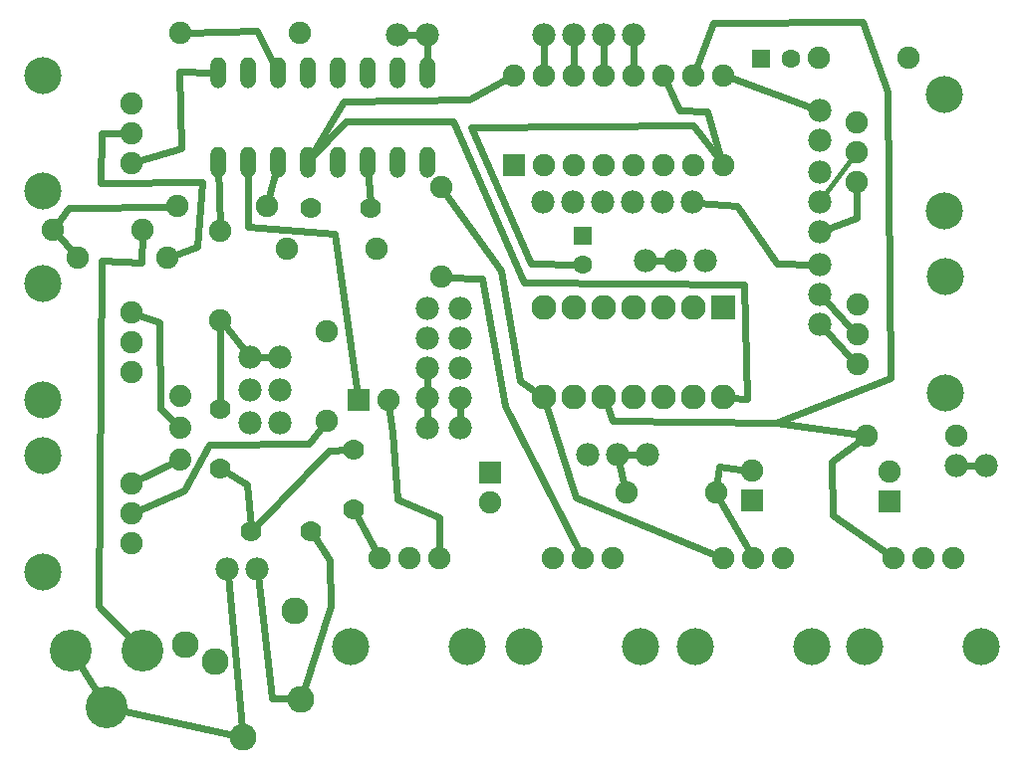
<source format=gtl>
G04 MADE WITH FRITZING*
G04 WWW.FRITZING.ORG*
G04 DOUBLE SIDED*
G04 HOLES PLATED*
G04 CONTOUR ON CENTER OF CONTOUR VECTOR*
%ASAXBY*%
%FSLAX23Y23*%
%MOIN*%
%OFA0B0*%
%SFA1.0B1.0*%
%ADD10C,0.078000*%
%ADD11C,0.140000*%
%ADD12C,0.090020*%
%ADD13C,0.070000*%
%ADD14C,0.075000*%
%ADD15C,0.052000*%
%ADD16C,0.083307*%
%ADD17C,0.062992*%
%ADD18C,0.074667*%
%ADD19C,0.074695*%
%ADD20C,0.124033*%
%ADD21C,0.074000*%
%ADD22R,0.083307X0.083307*%
%ADD23R,0.062992X0.062992*%
%ADD24R,0.075000X0.075000*%
%ADD25C,0.024000*%
%ADD26C,0.016000*%
%ADD27R,0.001000X0.001000*%
%LNCOPPER1*%
G90*
G70*
G54D10*
X2801Y2176D03*
X2801Y2076D03*
G54D11*
X534Y367D03*
X294Y367D03*
X414Y177D03*
G54D12*
X680Y385D03*
X779Y330D03*
X1045Y499D03*
X1065Y204D03*
X873Y76D03*
G54D13*
X900Y767D03*
X1100Y767D03*
G54D10*
X1489Y1514D03*
X1489Y1414D03*
X1489Y1314D03*
X1489Y1214D03*
X1489Y1114D03*
X1597Y1514D03*
X1597Y1414D03*
X1597Y1314D03*
X1597Y1214D03*
X1597Y1114D03*
G54D14*
X663Y2435D03*
X1063Y2435D03*
X1534Y1918D03*
X1534Y1618D03*
X652Y1855D03*
X952Y1855D03*
X1153Y1437D03*
X1153Y1137D03*
G54D15*
X788Y2003D03*
X888Y2003D03*
X988Y2003D03*
X1088Y2003D03*
X1188Y2003D03*
X1288Y2003D03*
X1388Y2003D03*
X1488Y2003D03*
X1488Y2303D03*
X1388Y2303D03*
X1288Y2303D03*
X1188Y2303D03*
X1088Y2303D03*
X988Y2303D03*
X888Y2303D03*
X788Y2303D03*
X788Y2003D03*
X888Y2003D03*
X988Y2003D03*
X1088Y2003D03*
X1188Y2003D03*
X1288Y2003D03*
X1388Y2003D03*
X1488Y2003D03*
X1488Y2303D03*
X1388Y2303D03*
X1288Y2303D03*
X1188Y2303D03*
X1088Y2303D03*
X988Y2303D03*
X888Y2303D03*
X788Y2303D03*
G54D16*
X2480Y1515D03*
X2480Y1215D03*
X2380Y1515D03*
X2380Y1215D03*
X2280Y1515D03*
X2280Y1215D03*
X2180Y1515D03*
X2180Y1215D03*
X2080Y1515D03*
X2080Y1215D03*
X1980Y1515D03*
X1980Y1215D03*
X1880Y1515D03*
X1880Y1215D03*
G54D17*
X2008Y1756D03*
X2008Y1658D03*
X2606Y2350D03*
X2704Y2350D03*
G54D14*
X2575Y868D03*
X2575Y968D03*
G54D10*
X2801Y1459D03*
X2801Y1559D03*
X2801Y1659D03*
X1876Y1868D03*
X1976Y1868D03*
X2076Y1868D03*
X2176Y1868D03*
X2276Y1868D03*
X2376Y1868D03*
X3358Y986D03*
X3258Y986D03*
X819Y640D03*
X919Y640D03*
X1388Y2428D03*
X1488Y2428D03*
X2225Y1022D03*
X2125Y1022D03*
X2025Y1022D03*
X2418Y1672D03*
X2318Y1672D03*
X2218Y1672D03*
X995Y1129D03*
X895Y1129D03*
X896Y1348D03*
X996Y1348D03*
X895Y1239D03*
X995Y1239D03*
X2801Y1769D03*
X2801Y1869D03*
X2801Y1969D03*
G54D14*
X2959Y1086D03*
X3259Y1086D03*
X1778Y1993D03*
X1778Y2293D03*
X1878Y1993D03*
X1878Y2293D03*
X1978Y1993D03*
X1978Y2293D03*
X2078Y1993D03*
X2078Y2293D03*
X2178Y1993D03*
X2178Y2293D03*
X2278Y1993D03*
X2278Y2293D03*
X2378Y1993D03*
X2378Y2293D03*
X2478Y1993D03*
X2478Y2293D03*
G54D18*
X2680Y677D03*
X2580Y677D03*
G54D19*
X2480Y677D03*
G54D20*
X2774Y381D03*
X2386Y381D03*
G54D18*
X3247Y677D03*
X3147Y677D03*
G54D19*
X3047Y677D03*
G54D20*
X3342Y381D03*
X2953Y381D03*
G54D18*
X2924Y2135D03*
X2924Y2035D03*
G54D19*
X2924Y1935D03*
G54D20*
X3219Y2229D03*
X3219Y1841D03*
G54D18*
X2927Y1525D03*
X2927Y1425D03*
G54D19*
X2927Y1325D03*
G54D20*
X3222Y1619D03*
X3222Y1230D03*
G54D18*
X2107Y677D03*
X2007Y677D03*
G54D19*
X1907Y677D03*
G54D20*
X2201Y381D03*
X1813Y381D03*
G54D18*
X497Y1301D03*
X497Y1401D03*
G54D19*
X497Y1501D03*
G54D20*
X202Y1207D03*
X202Y1595D03*
G54D18*
X1528Y677D03*
X1428Y677D03*
G54D19*
X1328Y677D03*
G54D20*
X1622Y381D03*
X1233Y381D03*
G54D18*
X497Y726D03*
X497Y826D03*
G54D19*
X497Y926D03*
G54D20*
X202Y631D03*
X202Y1020D03*
G54D14*
X3034Y865D03*
X3034Y965D03*
X1699Y962D03*
X1699Y862D03*
X535Y1776D03*
X235Y1776D03*
X620Y1683D03*
X320Y1683D03*
X2454Y895D03*
X2154Y895D03*
X1257Y1205D03*
X1357Y1205D03*
X1318Y1714D03*
X1018Y1714D03*
X796Y1774D03*
X796Y1474D03*
X3099Y2353D03*
X2799Y2353D03*
G54D13*
X1099Y1850D03*
X1299Y1850D03*
G54D18*
X497Y1999D03*
X497Y2099D03*
G54D19*
X497Y2199D03*
G54D20*
X202Y1905D03*
X202Y2294D03*
G54D13*
X796Y1177D03*
X796Y977D03*
X1241Y1040D03*
X1241Y840D03*
G54D10*
X1878Y2428D03*
X1978Y2428D03*
X2078Y2428D03*
X2178Y2428D03*
G54D21*
X663Y1221D03*
X663Y1114D03*
X663Y1007D03*
X663Y1221D03*
X663Y1114D03*
X663Y1007D03*
G54D22*
X2480Y1515D03*
G54D23*
X2008Y1756D03*
X2606Y2350D03*
G54D24*
X2575Y868D03*
X1778Y1993D03*
X3034Y865D03*
X1699Y962D03*
X1257Y1205D03*
G54D25*
X977Y1348D02*
X915Y1348D01*
D02*
X807Y1460D02*
X884Y1363D01*
D02*
X967Y207D02*
X1035Y205D01*
D02*
X870Y106D02*
X821Y621D01*
D02*
X921Y621D02*
X967Y207D01*
D02*
X899Y782D02*
X886Y924D01*
D02*
X886Y924D02*
X809Y969D01*
D02*
X1164Y517D02*
X1163Y670D01*
D02*
X1163Y670D02*
X1108Y754D01*
D02*
X1074Y232D02*
X1164Y517D01*
D02*
X2913Y1440D02*
X2814Y1546D01*
D02*
X1835Y1663D02*
X1993Y1658D01*
D02*
X2144Y1022D02*
X2206Y1022D01*
D02*
X843Y82D02*
X463Y167D01*
D02*
X1736Y1641D02*
X1544Y1903D01*
D02*
X1797Y1268D02*
X1736Y1641D01*
D02*
X1862Y1227D02*
X1797Y1268D01*
D02*
X287Y1851D02*
X245Y1791D01*
D02*
X2501Y1214D02*
X2560Y1210D01*
D02*
X2655Y1128D02*
X2942Y1088D01*
D02*
X2109Y1135D02*
X2655Y1128D01*
D02*
X2087Y1194D02*
X2109Y1135D01*
D02*
X2446Y2468D02*
X2944Y2472D01*
D02*
X1216Y2138D02*
X1099Y2015D01*
D02*
X1575Y2139D02*
X1216Y2138D01*
D02*
X1811Y1599D02*
X1575Y2139D01*
D02*
X2549Y1593D02*
X1811Y1599D01*
D02*
X2560Y1210D02*
X2549Y1593D01*
D02*
X1489Y1195D02*
X1489Y1133D01*
D02*
X1489Y1295D02*
X1489Y1233D01*
D02*
X3277Y986D02*
X3339Y986D01*
D02*
X665Y2051D02*
X517Y2005D01*
D02*
X657Y2307D02*
X665Y2051D01*
D02*
X772Y2304D02*
X657Y2307D01*
D02*
X3030Y2238D02*
X3038Y1280D01*
D02*
X2944Y2472D02*
X3030Y2238D01*
D02*
X2384Y2310D02*
X2446Y2468D01*
D02*
X2913Y1340D02*
X2814Y1446D01*
D02*
X1318Y695D02*
X1248Y827D01*
D02*
X2129Y1003D02*
X2150Y912D01*
G54D26*
D02*
X2812Y1885D02*
X2912Y2018D01*
G54D25*
D02*
X1597Y1133D02*
X1597Y1195D01*
D02*
X1488Y2319D02*
X1488Y2409D01*
D02*
X308Y1696D02*
X247Y1763D01*
D02*
X634Y1854D02*
X287Y1851D01*
D02*
X2462Y880D02*
X2570Y695D01*
D02*
X2924Y1817D02*
X2819Y1776D01*
D02*
X2924Y1914D02*
X2924Y1817D01*
D02*
X2843Y999D02*
X2945Y1075D01*
D02*
X2846Y818D02*
X2843Y999D01*
D02*
X3031Y689D02*
X2846Y818D01*
D02*
X1157Y1035D02*
X1226Y1039D01*
D02*
X911Y778D02*
X1157Y1035D01*
D02*
X1207Y2207D02*
X1096Y2017D01*
D02*
X1628Y2214D02*
X1207Y2207D01*
D02*
X1762Y2285D02*
X1628Y2214D01*
D02*
X720Y1721D02*
X637Y1689D01*
D02*
X735Y1936D02*
X720Y1721D01*
D02*
X394Y1932D02*
X735Y1936D01*
D02*
X398Y2099D02*
X394Y1932D01*
D02*
X476Y2099D02*
X398Y2099D01*
D02*
X2285Y2278D02*
X2332Y2177D01*
D02*
X789Y1987D02*
X796Y1791D01*
D02*
X984Y1988D02*
X956Y1872D01*
D02*
X1289Y1987D02*
X1298Y1865D01*
D02*
X1985Y880D02*
X1886Y1194D01*
D02*
X2461Y684D02*
X1985Y880D01*
D02*
X2465Y984D02*
X2456Y912D01*
D02*
X2557Y970D02*
X2465Y984D01*
D02*
X674Y902D02*
X516Y834D01*
D02*
X1177Y1763D02*
X1255Y1222D01*
D02*
X889Y1786D02*
X1177Y1763D01*
D02*
X888Y1987D02*
X889Y1786D01*
D02*
X757Y1055D02*
X674Y902D01*
D02*
X1091Y1061D02*
X757Y1055D01*
D02*
X1142Y1124D02*
X1091Y1061D01*
D02*
X1469Y2428D02*
X1407Y2428D01*
D02*
X533Y1666D02*
X398Y1673D01*
D02*
X398Y1673D02*
X388Y516D01*
D02*
X920Y2443D02*
X680Y2436D01*
D02*
X388Y516D02*
X499Y403D01*
D02*
X535Y1759D02*
X533Y1666D01*
D02*
X981Y2317D02*
X920Y2443D01*
D02*
X1672Y1614D02*
X1748Y1187D01*
D02*
X1635Y2121D02*
X1835Y1663D01*
D02*
X2299Y1672D02*
X2237Y1672D01*
D02*
X2380Y2127D02*
X1635Y2121D01*
D02*
X2467Y2008D02*
X2380Y2127D01*
D02*
X1748Y1187D02*
X1997Y695D01*
D02*
X1551Y1617D02*
X1672Y1614D01*
D02*
X796Y1456D02*
X796Y1192D01*
D02*
X2657Y1662D02*
X2782Y1660D01*
D02*
X3038Y1280D02*
X2655Y1128D01*
D02*
X2395Y1867D02*
X2524Y1856D01*
D02*
X2524Y1856D02*
X2657Y1662D01*
D02*
X1372Y1095D02*
X1360Y1188D01*
D02*
X388Y220D02*
X321Y325D01*
D02*
X1388Y873D02*
X1372Y1095D01*
D02*
X1530Y814D02*
X1388Y873D01*
D02*
X1978Y2409D02*
X1978Y2311D01*
D02*
X1878Y2409D02*
X1878Y2311D01*
D02*
X1528Y697D02*
X1530Y814D01*
D02*
X2178Y2409D02*
X2178Y2311D01*
D02*
X2078Y2409D02*
X2078Y2311D01*
D02*
X2332Y2177D02*
X2424Y2174D01*
D02*
X2424Y2174D02*
X2473Y2010D01*
D02*
X516Y1494D02*
X591Y1466D01*
D02*
X591Y1466D02*
X594Y1177D01*
D02*
X594Y1177D02*
X649Y1127D01*
D02*
X516Y935D02*
X645Y998D01*
D02*
X2494Y2288D02*
X2783Y2183D01*
G54D27*
X783Y2354D02*
X794Y2354D01*
X883Y2354D02*
X894Y2354D01*
X983Y2354D02*
X994Y2354D01*
X1083Y2354D02*
X1094Y2354D01*
X1183Y2354D02*
X1194Y2354D01*
X1283Y2354D02*
X1294Y2354D01*
X1383Y2354D02*
X1394Y2354D01*
X1483Y2354D02*
X1494Y2354D01*
X780Y2353D02*
X797Y2353D01*
X880Y2353D02*
X897Y2353D01*
X980Y2353D02*
X997Y2353D01*
X1080Y2353D02*
X1097Y2353D01*
X1180Y2353D02*
X1197Y2353D01*
X1280Y2353D02*
X1297Y2353D01*
X1380Y2353D02*
X1397Y2353D01*
X1480Y2353D02*
X1497Y2353D01*
X778Y2352D02*
X799Y2352D01*
X878Y2352D02*
X899Y2352D01*
X978Y2352D02*
X999Y2352D01*
X1078Y2352D02*
X1099Y2352D01*
X1178Y2352D02*
X1199Y2352D01*
X1278Y2352D02*
X1299Y2352D01*
X1378Y2352D02*
X1399Y2352D01*
X1478Y2352D02*
X1499Y2352D01*
X776Y2351D02*
X801Y2351D01*
X876Y2351D02*
X901Y2351D01*
X976Y2351D02*
X1001Y2351D01*
X1076Y2351D02*
X1101Y2351D01*
X1176Y2351D02*
X1201Y2351D01*
X1276Y2351D02*
X1301Y2351D01*
X1376Y2351D02*
X1401Y2351D01*
X1476Y2351D02*
X1501Y2351D01*
X774Y2350D02*
X803Y2350D01*
X874Y2350D02*
X903Y2350D01*
X974Y2350D02*
X1003Y2350D01*
X1074Y2350D02*
X1103Y2350D01*
X1174Y2350D02*
X1203Y2350D01*
X1274Y2350D02*
X1303Y2350D01*
X1374Y2350D02*
X1403Y2350D01*
X1474Y2350D02*
X1503Y2350D01*
X773Y2349D02*
X804Y2349D01*
X873Y2349D02*
X904Y2349D01*
X973Y2349D02*
X1004Y2349D01*
X1073Y2349D02*
X1104Y2349D01*
X1173Y2349D02*
X1204Y2349D01*
X1273Y2349D02*
X1304Y2349D01*
X1373Y2349D02*
X1404Y2349D01*
X1473Y2349D02*
X1504Y2349D01*
X772Y2348D02*
X805Y2348D01*
X872Y2348D02*
X905Y2348D01*
X972Y2348D02*
X1005Y2348D01*
X1072Y2348D02*
X1105Y2348D01*
X1172Y2348D02*
X1205Y2348D01*
X1272Y2348D02*
X1305Y2348D01*
X1372Y2348D02*
X1405Y2348D01*
X1472Y2348D02*
X1505Y2348D01*
X771Y2347D02*
X806Y2347D01*
X871Y2347D02*
X906Y2347D01*
X971Y2347D02*
X1006Y2347D01*
X1071Y2347D02*
X1106Y2347D01*
X1171Y2347D02*
X1206Y2347D01*
X1271Y2347D02*
X1306Y2347D01*
X1370Y2347D02*
X1406Y2347D01*
X1470Y2347D02*
X1506Y2347D01*
X770Y2346D02*
X807Y2346D01*
X870Y2346D02*
X907Y2346D01*
X970Y2346D02*
X1007Y2346D01*
X1070Y2346D02*
X1107Y2346D01*
X1170Y2346D02*
X1207Y2346D01*
X1270Y2346D02*
X1307Y2346D01*
X1370Y2346D02*
X1407Y2346D01*
X1470Y2346D02*
X1507Y2346D01*
X769Y2345D02*
X808Y2345D01*
X869Y2345D02*
X908Y2345D01*
X969Y2345D02*
X1008Y2345D01*
X1069Y2345D02*
X1108Y2345D01*
X1169Y2345D02*
X1208Y2345D01*
X1269Y2345D02*
X1308Y2345D01*
X1369Y2345D02*
X1408Y2345D01*
X1469Y2345D02*
X1508Y2345D01*
X768Y2344D02*
X809Y2344D01*
X868Y2344D02*
X909Y2344D01*
X968Y2344D02*
X1009Y2344D01*
X1068Y2344D02*
X1109Y2344D01*
X1168Y2344D02*
X1209Y2344D01*
X1268Y2344D02*
X1309Y2344D01*
X1368Y2344D02*
X1409Y2344D01*
X1468Y2344D02*
X1509Y2344D01*
X767Y2343D02*
X810Y2343D01*
X867Y2343D02*
X910Y2343D01*
X967Y2343D02*
X1010Y2343D01*
X1067Y2343D02*
X1110Y2343D01*
X1167Y2343D02*
X1210Y2343D01*
X1267Y2343D02*
X1310Y2343D01*
X1367Y2343D02*
X1410Y2343D01*
X1467Y2343D02*
X1510Y2343D01*
X767Y2342D02*
X810Y2342D01*
X867Y2342D02*
X910Y2342D01*
X967Y2342D02*
X1010Y2342D01*
X1067Y2342D02*
X1110Y2342D01*
X1167Y2342D02*
X1210Y2342D01*
X1267Y2342D02*
X1310Y2342D01*
X1367Y2342D02*
X1410Y2342D01*
X1467Y2342D02*
X1510Y2342D01*
X766Y2341D02*
X811Y2341D01*
X866Y2341D02*
X911Y2341D01*
X966Y2341D02*
X1011Y2341D01*
X1066Y2341D02*
X1111Y2341D01*
X1166Y2341D02*
X1211Y2341D01*
X1266Y2341D02*
X1311Y2341D01*
X1366Y2341D02*
X1411Y2341D01*
X1466Y2341D02*
X1511Y2341D01*
X766Y2340D02*
X811Y2340D01*
X866Y2340D02*
X911Y2340D01*
X966Y2340D02*
X1011Y2340D01*
X1066Y2340D02*
X1111Y2340D01*
X1166Y2340D02*
X1211Y2340D01*
X1266Y2340D02*
X1311Y2340D01*
X1366Y2340D02*
X1411Y2340D01*
X1466Y2340D02*
X1511Y2340D01*
X765Y2339D02*
X812Y2339D01*
X865Y2339D02*
X912Y2339D01*
X965Y2339D02*
X1012Y2339D01*
X1065Y2339D02*
X1112Y2339D01*
X1165Y2339D02*
X1212Y2339D01*
X1265Y2339D02*
X1312Y2339D01*
X1365Y2339D02*
X1412Y2339D01*
X1465Y2339D02*
X1512Y2339D01*
X765Y2338D02*
X812Y2338D01*
X865Y2338D02*
X912Y2338D01*
X965Y2338D02*
X1012Y2338D01*
X1065Y2338D02*
X1112Y2338D01*
X1165Y2338D02*
X1212Y2338D01*
X1265Y2338D02*
X1312Y2338D01*
X1365Y2338D02*
X1412Y2338D01*
X1465Y2338D02*
X1512Y2338D01*
X764Y2337D02*
X813Y2337D01*
X864Y2337D02*
X913Y2337D01*
X964Y2337D02*
X1013Y2337D01*
X1064Y2337D02*
X1113Y2337D01*
X1164Y2337D02*
X1213Y2337D01*
X1264Y2337D02*
X1313Y2337D01*
X1364Y2337D02*
X1413Y2337D01*
X1464Y2337D02*
X1513Y2337D01*
X764Y2336D02*
X813Y2336D01*
X864Y2336D02*
X913Y2336D01*
X964Y2336D02*
X1013Y2336D01*
X1064Y2336D02*
X1113Y2336D01*
X1164Y2336D02*
X1213Y2336D01*
X1264Y2336D02*
X1313Y2336D01*
X1364Y2336D02*
X1413Y2336D01*
X1464Y2336D02*
X1513Y2336D01*
X764Y2335D02*
X813Y2335D01*
X864Y2335D02*
X913Y2335D01*
X964Y2335D02*
X1013Y2335D01*
X1064Y2335D02*
X1113Y2335D01*
X1164Y2335D02*
X1213Y2335D01*
X1264Y2335D02*
X1313Y2335D01*
X1364Y2335D02*
X1413Y2335D01*
X1464Y2335D02*
X1513Y2335D01*
X764Y2334D02*
X813Y2334D01*
X864Y2334D02*
X913Y2334D01*
X964Y2334D02*
X1013Y2334D01*
X1064Y2334D02*
X1113Y2334D01*
X1164Y2334D02*
X1213Y2334D01*
X1264Y2334D02*
X1313Y2334D01*
X1363Y2334D02*
X1413Y2334D01*
X1463Y2334D02*
X1513Y2334D01*
X763Y2333D02*
X814Y2333D01*
X863Y2333D02*
X914Y2333D01*
X963Y2333D02*
X1014Y2333D01*
X1063Y2333D02*
X1114Y2333D01*
X1163Y2333D02*
X1214Y2333D01*
X1263Y2333D02*
X1314Y2333D01*
X1363Y2333D02*
X1414Y2333D01*
X1463Y2333D02*
X1514Y2333D01*
X763Y2332D02*
X814Y2332D01*
X863Y2332D02*
X914Y2332D01*
X963Y2332D02*
X1014Y2332D01*
X1063Y2332D02*
X1114Y2332D01*
X1163Y2332D02*
X1214Y2332D01*
X1263Y2332D02*
X1314Y2332D01*
X1363Y2332D02*
X1414Y2332D01*
X1463Y2332D02*
X1514Y2332D01*
X763Y2331D02*
X814Y2331D01*
X863Y2331D02*
X914Y2331D01*
X963Y2331D02*
X1014Y2331D01*
X1063Y2331D02*
X1114Y2331D01*
X1163Y2331D02*
X1214Y2331D01*
X1263Y2331D02*
X1314Y2331D01*
X1363Y2331D02*
X1414Y2331D01*
X1463Y2331D02*
X1514Y2331D01*
X763Y2330D02*
X814Y2330D01*
X863Y2330D02*
X914Y2330D01*
X963Y2330D02*
X1014Y2330D01*
X1063Y2330D02*
X1114Y2330D01*
X1163Y2330D02*
X1214Y2330D01*
X1263Y2330D02*
X1314Y2330D01*
X1363Y2330D02*
X1414Y2330D01*
X1463Y2330D02*
X1514Y2330D01*
X763Y2329D02*
X814Y2329D01*
X863Y2329D02*
X914Y2329D01*
X963Y2329D02*
X1014Y2329D01*
X1063Y2329D02*
X1114Y2329D01*
X1163Y2329D02*
X1214Y2329D01*
X1263Y2329D02*
X1314Y2329D01*
X1363Y2329D02*
X1414Y2329D01*
X1463Y2329D02*
X1514Y2329D01*
X763Y2328D02*
X814Y2328D01*
X863Y2328D02*
X914Y2328D01*
X963Y2328D02*
X1014Y2328D01*
X1063Y2328D02*
X1114Y2328D01*
X1163Y2328D02*
X1214Y2328D01*
X1263Y2328D02*
X1314Y2328D01*
X1363Y2328D02*
X1414Y2328D01*
X1463Y2328D02*
X1514Y2328D01*
X763Y2327D02*
X814Y2327D01*
X863Y2327D02*
X914Y2327D01*
X963Y2327D02*
X1014Y2327D01*
X1063Y2327D02*
X1114Y2327D01*
X1163Y2327D02*
X1214Y2327D01*
X1263Y2327D02*
X1314Y2327D01*
X1363Y2327D02*
X1414Y2327D01*
X1463Y2327D02*
X1514Y2327D01*
X763Y2326D02*
X814Y2326D01*
X863Y2326D02*
X914Y2326D01*
X963Y2326D02*
X1014Y2326D01*
X1063Y2326D02*
X1114Y2326D01*
X1163Y2326D02*
X1214Y2326D01*
X1263Y2326D02*
X1314Y2326D01*
X1363Y2326D02*
X1414Y2326D01*
X1463Y2326D02*
X1514Y2326D01*
X763Y2325D02*
X814Y2325D01*
X863Y2325D02*
X914Y2325D01*
X963Y2325D02*
X1014Y2325D01*
X1063Y2325D02*
X1114Y2325D01*
X1163Y2325D02*
X1214Y2325D01*
X1263Y2325D02*
X1314Y2325D01*
X1363Y2325D02*
X1414Y2325D01*
X1463Y2325D02*
X1514Y2325D01*
X763Y2324D02*
X814Y2324D01*
X863Y2324D02*
X914Y2324D01*
X963Y2324D02*
X1014Y2324D01*
X1063Y2324D02*
X1114Y2324D01*
X1163Y2324D02*
X1214Y2324D01*
X1263Y2324D02*
X1314Y2324D01*
X1363Y2324D02*
X1414Y2324D01*
X1463Y2324D02*
X1514Y2324D01*
X763Y2323D02*
X814Y2323D01*
X863Y2323D02*
X914Y2323D01*
X963Y2323D02*
X1014Y2323D01*
X1063Y2323D02*
X1114Y2323D01*
X1163Y2323D02*
X1214Y2323D01*
X1263Y2323D02*
X1314Y2323D01*
X1363Y2323D02*
X1414Y2323D01*
X1463Y2323D02*
X1514Y2323D01*
X763Y2322D02*
X814Y2322D01*
X863Y2322D02*
X914Y2322D01*
X963Y2322D02*
X1014Y2322D01*
X1063Y2322D02*
X1114Y2322D01*
X1163Y2322D02*
X1214Y2322D01*
X1263Y2322D02*
X1314Y2322D01*
X1363Y2322D02*
X1414Y2322D01*
X1463Y2322D02*
X1514Y2322D01*
X763Y2321D02*
X814Y2321D01*
X863Y2321D02*
X914Y2321D01*
X963Y2321D02*
X1014Y2321D01*
X1063Y2321D02*
X1114Y2321D01*
X1163Y2321D02*
X1214Y2321D01*
X1263Y2321D02*
X1314Y2321D01*
X1363Y2321D02*
X1414Y2321D01*
X1463Y2321D02*
X1514Y2321D01*
X763Y2320D02*
X814Y2320D01*
X863Y2320D02*
X914Y2320D01*
X963Y2320D02*
X1014Y2320D01*
X1063Y2320D02*
X1114Y2320D01*
X1163Y2320D02*
X1214Y2320D01*
X1263Y2320D02*
X1314Y2320D01*
X1363Y2320D02*
X1414Y2320D01*
X1463Y2320D02*
X1514Y2320D01*
X763Y2319D02*
X814Y2319D01*
X863Y2319D02*
X914Y2319D01*
X963Y2319D02*
X1014Y2319D01*
X1063Y2319D02*
X1114Y2319D01*
X1163Y2319D02*
X1214Y2319D01*
X1263Y2319D02*
X1314Y2319D01*
X1363Y2319D02*
X1414Y2319D01*
X1463Y2319D02*
X1514Y2319D01*
X763Y2318D02*
X783Y2318D01*
X794Y2318D02*
X814Y2318D01*
X863Y2318D02*
X883Y2318D01*
X894Y2318D02*
X914Y2318D01*
X963Y2318D02*
X983Y2318D01*
X994Y2318D02*
X1014Y2318D01*
X1063Y2318D02*
X1083Y2318D01*
X1094Y2318D02*
X1114Y2318D01*
X1163Y2318D02*
X1183Y2318D01*
X1194Y2318D02*
X1214Y2318D01*
X1263Y2318D02*
X1283Y2318D01*
X1293Y2318D02*
X1314Y2318D01*
X1363Y2318D02*
X1383Y2318D01*
X1393Y2318D02*
X1414Y2318D01*
X1463Y2318D02*
X1483Y2318D01*
X1493Y2318D02*
X1514Y2318D01*
X763Y2317D02*
X781Y2317D01*
X796Y2317D02*
X814Y2317D01*
X863Y2317D02*
X881Y2317D01*
X896Y2317D02*
X914Y2317D01*
X963Y2317D02*
X981Y2317D01*
X996Y2317D02*
X1014Y2317D01*
X1063Y2317D02*
X1081Y2317D01*
X1096Y2317D02*
X1114Y2317D01*
X1163Y2317D02*
X1181Y2317D01*
X1196Y2317D02*
X1214Y2317D01*
X1263Y2317D02*
X1281Y2317D01*
X1296Y2317D02*
X1314Y2317D01*
X1363Y2317D02*
X1381Y2317D01*
X1396Y2317D02*
X1414Y2317D01*
X1463Y2317D02*
X1481Y2317D01*
X1496Y2317D02*
X1514Y2317D01*
X763Y2316D02*
X779Y2316D01*
X798Y2316D02*
X814Y2316D01*
X863Y2316D02*
X879Y2316D01*
X898Y2316D02*
X914Y2316D01*
X963Y2316D02*
X979Y2316D01*
X998Y2316D02*
X1014Y2316D01*
X1063Y2316D02*
X1079Y2316D01*
X1098Y2316D02*
X1114Y2316D01*
X1163Y2316D02*
X1179Y2316D01*
X1198Y2316D02*
X1214Y2316D01*
X1263Y2316D02*
X1279Y2316D01*
X1298Y2316D02*
X1314Y2316D01*
X1363Y2316D02*
X1379Y2316D01*
X1398Y2316D02*
X1414Y2316D01*
X1463Y2316D02*
X1479Y2316D01*
X1498Y2316D02*
X1514Y2316D01*
X763Y2315D02*
X778Y2315D01*
X799Y2315D02*
X814Y2315D01*
X863Y2315D02*
X878Y2315D01*
X899Y2315D02*
X914Y2315D01*
X963Y2315D02*
X978Y2315D01*
X999Y2315D02*
X1014Y2315D01*
X1063Y2315D02*
X1078Y2315D01*
X1099Y2315D02*
X1114Y2315D01*
X1163Y2315D02*
X1178Y2315D01*
X1199Y2315D02*
X1214Y2315D01*
X1263Y2315D02*
X1278Y2315D01*
X1299Y2315D02*
X1314Y2315D01*
X1363Y2315D02*
X1378Y2315D01*
X1399Y2315D02*
X1414Y2315D01*
X1463Y2315D02*
X1478Y2315D01*
X1499Y2315D02*
X1514Y2315D01*
X763Y2314D02*
X777Y2314D01*
X800Y2314D02*
X814Y2314D01*
X863Y2314D02*
X877Y2314D01*
X900Y2314D02*
X914Y2314D01*
X963Y2314D02*
X977Y2314D01*
X1000Y2314D02*
X1014Y2314D01*
X1063Y2314D02*
X1077Y2314D01*
X1100Y2314D02*
X1114Y2314D01*
X1163Y2314D02*
X1177Y2314D01*
X1200Y2314D02*
X1214Y2314D01*
X1263Y2314D02*
X1277Y2314D01*
X1300Y2314D02*
X1314Y2314D01*
X1363Y2314D02*
X1377Y2314D01*
X1400Y2314D02*
X1414Y2314D01*
X1463Y2314D02*
X1477Y2314D01*
X1500Y2314D02*
X1514Y2314D01*
X763Y2313D02*
X776Y2313D01*
X801Y2313D02*
X814Y2313D01*
X863Y2313D02*
X876Y2313D01*
X901Y2313D02*
X914Y2313D01*
X963Y2313D02*
X976Y2313D01*
X1001Y2313D02*
X1014Y2313D01*
X1063Y2313D02*
X1076Y2313D01*
X1101Y2313D02*
X1114Y2313D01*
X1163Y2313D02*
X1176Y2313D01*
X1201Y2313D02*
X1214Y2313D01*
X1263Y2313D02*
X1276Y2313D01*
X1301Y2313D02*
X1314Y2313D01*
X1363Y2313D02*
X1376Y2313D01*
X1401Y2313D02*
X1414Y2313D01*
X1463Y2313D02*
X1476Y2313D01*
X1501Y2313D02*
X1514Y2313D01*
X763Y2312D02*
X775Y2312D01*
X802Y2312D02*
X814Y2312D01*
X863Y2312D02*
X875Y2312D01*
X902Y2312D02*
X914Y2312D01*
X963Y2312D02*
X975Y2312D01*
X1002Y2312D02*
X1014Y2312D01*
X1063Y2312D02*
X1075Y2312D01*
X1102Y2312D02*
X1114Y2312D01*
X1163Y2312D02*
X1175Y2312D01*
X1202Y2312D02*
X1214Y2312D01*
X1263Y2312D02*
X1275Y2312D01*
X1302Y2312D02*
X1314Y2312D01*
X1363Y2312D02*
X1375Y2312D01*
X1402Y2312D02*
X1414Y2312D01*
X1463Y2312D02*
X1475Y2312D01*
X1502Y2312D02*
X1514Y2312D01*
X763Y2311D02*
X774Y2311D01*
X803Y2311D02*
X814Y2311D01*
X863Y2311D02*
X874Y2311D01*
X903Y2311D02*
X914Y2311D01*
X963Y2311D02*
X974Y2311D01*
X1003Y2311D02*
X1014Y2311D01*
X1063Y2311D02*
X1074Y2311D01*
X1103Y2311D02*
X1114Y2311D01*
X1163Y2311D02*
X1174Y2311D01*
X1203Y2311D02*
X1214Y2311D01*
X1263Y2311D02*
X1274Y2311D01*
X1303Y2311D02*
X1314Y2311D01*
X1363Y2311D02*
X1374Y2311D01*
X1403Y2311D02*
X1414Y2311D01*
X1463Y2311D02*
X1474Y2311D01*
X1503Y2311D02*
X1514Y2311D01*
X763Y2310D02*
X774Y2310D01*
X803Y2310D02*
X814Y2310D01*
X863Y2310D02*
X874Y2310D01*
X903Y2310D02*
X914Y2310D01*
X963Y2310D02*
X974Y2310D01*
X1003Y2310D02*
X1014Y2310D01*
X1063Y2310D02*
X1074Y2310D01*
X1103Y2310D02*
X1114Y2310D01*
X1163Y2310D02*
X1174Y2310D01*
X1203Y2310D02*
X1214Y2310D01*
X1263Y2310D02*
X1274Y2310D01*
X1303Y2310D02*
X1314Y2310D01*
X1363Y2310D02*
X1374Y2310D01*
X1403Y2310D02*
X1414Y2310D01*
X1463Y2310D02*
X1474Y2310D01*
X1503Y2310D02*
X1514Y2310D01*
X763Y2309D02*
X773Y2309D01*
X804Y2309D02*
X814Y2309D01*
X863Y2309D02*
X873Y2309D01*
X904Y2309D02*
X914Y2309D01*
X963Y2309D02*
X973Y2309D01*
X1004Y2309D02*
X1014Y2309D01*
X1063Y2309D02*
X1073Y2309D01*
X1104Y2309D02*
X1114Y2309D01*
X1163Y2309D02*
X1173Y2309D01*
X1204Y2309D02*
X1214Y2309D01*
X1263Y2309D02*
X1273Y2309D01*
X1304Y2309D02*
X1314Y2309D01*
X1363Y2309D02*
X1373Y2309D01*
X1404Y2309D02*
X1414Y2309D01*
X1463Y2309D02*
X1473Y2309D01*
X1504Y2309D02*
X1514Y2309D01*
X763Y2308D02*
X773Y2308D01*
X804Y2308D02*
X814Y2308D01*
X863Y2308D02*
X873Y2308D01*
X904Y2308D02*
X914Y2308D01*
X963Y2308D02*
X973Y2308D01*
X1004Y2308D02*
X1014Y2308D01*
X1063Y2308D02*
X1073Y2308D01*
X1104Y2308D02*
X1114Y2308D01*
X1163Y2308D02*
X1173Y2308D01*
X1204Y2308D02*
X1214Y2308D01*
X1263Y2308D02*
X1273Y2308D01*
X1304Y2308D02*
X1314Y2308D01*
X1363Y2308D02*
X1373Y2308D01*
X1404Y2308D02*
X1414Y2308D01*
X1463Y2308D02*
X1473Y2308D01*
X1504Y2308D02*
X1514Y2308D01*
X763Y2307D02*
X773Y2307D01*
X804Y2307D02*
X814Y2307D01*
X863Y2307D02*
X873Y2307D01*
X904Y2307D02*
X914Y2307D01*
X963Y2307D02*
X973Y2307D01*
X1004Y2307D02*
X1014Y2307D01*
X1063Y2307D02*
X1073Y2307D01*
X1104Y2307D02*
X1114Y2307D01*
X1163Y2307D02*
X1173Y2307D01*
X1204Y2307D02*
X1214Y2307D01*
X1263Y2307D02*
X1273Y2307D01*
X1304Y2307D02*
X1314Y2307D01*
X1363Y2307D02*
X1373Y2307D01*
X1404Y2307D02*
X1414Y2307D01*
X1463Y2307D02*
X1473Y2307D01*
X1504Y2307D02*
X1514Y2307D01*
X763Y2306D02*
X772Y2306D01*
X805Y2306D02*
X814Y2306D01*
X863Y2306D02*
X872Y2306D01*
X905Y2306D02*
X914Y2306D01*
X963Y2306D02*
X972Y2306D01*
X1005Y2306D02*
X1014Y2306D01*
X1063Y2306D02*
X1072Y2306D01*
X1105Y2306D02*
X1114Y2306D01*
X1163Y2306D02*
X1172Y2306D01*
X1205Y2306D02*
X1214Y2306D01*
X1263Y2306D02*
X1272Y2306D01*
X1305Y2306D02*
X1314Y2306D01*
X1363Y2306D02*
X1372Y2306D01*
X1405Y2306D02*
X1414Y2306D01*
X1463Y2306D02*
X1472Y2306D01*
X1505Y2306D02*
X1514Y2306D01*
X763Y2305D02*
X772Y2305D01*
X805Y2305D02*
X814Y2305D01*
X863Y2305D02*
X872Y2305D01*
X905Y2305D02*
X914Y2305D01*
X963Y2305D02*
X972Y2305D01*
X1005Y2305D02*
X1014Y2305D01*
X1063Y2305D02*
X1072Y2305D01*
X1105Y2305D02*
X1114Y2305D01*
X1163Y2305D02*
X1172Y2305D01*
X1205Y2305D02*
X1214Y2305D01*
X1263Y2305D02*
X1272Y2305D01*
X1305Y2305D02*
X1314Y2305D01*
X1363Y2305D02*
X1372Y2305D01*
X1405Y2305D02*
X1414Y2305D01*
X1463Y2305D02*
X1472Y2305D01*
X1505Y2305D02*
X1514Y2305D01*
X763Y2304D02*
X772Y2304D01*
X805Y2304D02*
X814Y2304D01*
X863Y2304D02*
X872Y2304D01*
X905Y2304D02*
X914Y2304D01*
X963Y2304D02*
X972Y2304D01*
X1005Y2304D02*
X1014Y2304D01*
X1063Y2304D02*
X1072Y2304D01*
X1105Y2304D02*
X1114Y2304D01*
X1163Y2304D02*
X1172Y2304D01*
X1205Y2304D02*
X1214Y2304D01*
X1263Y2304D02*
X1272Y2304D01*
X1305Y2304D02*
X1314Y2304D01*
X1363Y2304D02*
X1372Y2304D01*
X1405Y2304D02*
X1414Y2304D01*
X1463Y2304D02*
X1472Y2304D01*
X1505Y2304D02*
X1514Y2304D01*
X763Y2303D02*
X772Y2303D01*
X805Y2303D02*
X814Y2303D01*
X863Y2303D02*
X872Y2303D01*
X905Y2303D02*
X914Y2303D01*
X963Y2303D02*
X972Y2303D01*
X1005Y2303D02*
X1014Y2303D01*
X1063Y2303D02*
X1072Y2303D01*
X1105Y2303D02*
X1114Y2303D01*
X1163Y2303D02*
X1172Y2303D01*
X1205Y2303D02*
X1214Y2303D01*
X1263Y2303D02*
X1272Y2303D01*
X1305Y2303D02*
X1314Y2303D01*
X1363Y2303D02*
X1372Y2303D01*
X1405Y2303D02*
X1414Y2303D01*
X1463Y2303D02*
X1472Y2303D01*
X1505Y2303D02*
X1514Y2303D01*
X763Y2302D02*
X772Y2302D01*
X805Y2302D02*
X814Y2302D01*
X863Y2302D02*
X872Y2302D01*
X905Y2302D02*
X914Y2302D01*
X963Y2302D02*
X972Y2302D01*
X1005Y2302D02*
X1014Y2302D01*
X1063Y2302D02*
X1072Y2302D01*
X1105Y2302D02*
X1114Y2302D01*
X1163Y2302D02*
X1172Y2302D01*
X1205Y2302D02*
X1214Y2302D01*
X1263Y2302D02*
X1272Y2302D01*
X1305Y2302D02*
X1314Y2302D01*
X1363Y2302D02*
X1372Y2302D01*
X1405Y2302D02*
X1414Y2302D01*
X1463Y2302D02*
X1472Y2302D01*
X1505Y2302D02*
X1514Y2302D01*
X763Y2301D02*
X772Y2301D01*
X805Y2301D02*
X814Y2301D01*
X863Y2301D02*
X872Y2301D01*
X905Y2301D02*
X914Y2301D01*
X963Y2301D02*
X972Y2301D01*
X1005Y2301D02*
X1014Y2301D01*
X1063Y2301D02*
X1072Y2301D01*
X1105Y2301D02*
X1114Y2301D01*
X1163Y2301D02*
X1172Y2301D01*
X1205Y2301D02*
X1214Y2301D01*
X1263Y2301D02*
X1272Y2301D01*
X1305Y2301D02*
X1314Y2301D01*
X1363Y2301D02*
X1372Y2301D01*
X1405Y2301D02*
X1414Y2301D01*
X1463Y2301D02*
X1472Y2301D01*
X1505Y2301D02*
X1514Y2301D01*
X763Y2300D02*
X772Y2300D01*
X805Y2300D02*
X814Y2300D01*
X863Y2300D02*
X872Y2300D01*
X905Y2300D02*
X914Y2300D01*
X963Y2300D02*
X972Y2300D01*
X1005Y2300D02*
X1014Y2300D01*
X1063Y2300D02*
X1072Y2300D01*
X1105Y2300D02*
X1114Y2300D01*
X1163Y2300D02*
X1172Y2300D01*
X1205Y2300D02*
X1214Y2300D01*
X1263Y2300D02*
X1272Y2300D01*
X1305Y2300D02*
X1314Y2300D01*
X1363Y2300D02*
X1372Y2300D01*
X1405Y2300D02*
X1414Y2300D01*
X1463Y2300D02*
X1472Y2300D01*
X1505Y2300D02*
X1514Y2300D01*
X763Y2299D02*
X773Y2299D01*
X805Y2299D02*
X814Y2299D01*
X863Y2299D02*
X872Y2299D01*
X905Y2299D02*
X914Y2299D01*
X963Y2299D02*
X972Y2299D01*
X1005Y2299D02*
X1014Y2299D01*
X1063Y2299D02*
X1072Y2299D01*
X1104Y2299D02*
X1114Y2299D01*
X1163Y2299D02*
X1172Y2299D01*
X1204Y2299D02*
X1214Y2299D01*
X1263Y2299D02*
X1272Y2299D01*
X1304Y2299D02*
X1314Y2299D01*
X1363Y2299D02*
X1372Y2299D01*
X1404Y2299D02*
X1414Y2299D01*
X1463Y2299D02*
X1472Y2299D01*
X1504Y2299D02*
X1514Y2299D01*
X763Y2298D02*
X773Y2298D01*
X804Y2298D02*
X814Y2298D01*
X863Y2298D02*
X873Y2298D01*
X904Y2298D02*
X914Y2298D01*
X963Y2298D02*
X973Y2298D01*
X1004Y2298D02*
X1014Y2298D01*
X1063Y2298D02*
X1073Y2298D01*
X1104Y2298D02*
X1114Y2298D01*
X1163Y2298D02*
X1173Y2298D01*
X1204Y2298D02*
X1214Y2298D01*
X1263Y2298D02*
X1273Y2298D01*
X1304Y2298D02*
X1314Y2298D01*
X1363Y2298D02*
X1373Y2298D01*
X1404Y2298D02*
X1414Y2298D01*
X1463Y2298D02*
X1473Y2298D01*
X1504Y2298D02*
X1514Y2298D01*
X763Y2297D02*
X773Y2297D01*
X804Y2297D02*
X814Y2297D01*
X863Y2297D02*
X873Y2297D01*
X904Y2297D02*
X914Y2297D01*
X963Y2297D02*
X973Y2297D01*
X1004Y2297D02*
X1014Y2297D01*
X1063Y2297D02*
X1073Y2297D01*
X1104Y2297D02*
X1114Y2297D01*
X1163Y2297D02*
X1173Y2297D01*
X1204Y2297D02*
X1214Y2297D01*
X1263Y2297D02*
X1273Y2297D01*
X1304Y2297D02*
X1314Y2297D01*
X1363Y2297D02*
X1373Y2297D01*
X1404Y2297D02*
X1414Y2297D01*
X1463Y2297D02*
X1473Y2297D01*
X1504Y2297D02*
X1514Y2297D01*
X763Y2296D02*
X774Y2296D01*
X803Y2296D02*
X814Y2296D01*
X863Y2296D02*
X874Y2296D01*
X903Y2296D02*
X914Y2296D01*
X963Y2296D02*
X974Y2296D01*
X1003Y2296D02*
X1014Y2296D01*
X1063Y2296D02*
X1074Y2296D01*
X1103Y2296D02*
X1114Y2296D01*
X1163Y2296D02*
X1174Y2296D01*
X1203Y2296D02*
X1214Y2296D01*
X1263Y2296D02*
X1274Y2296D01*
X1303Y2296D02*
X1314Y2296D01*
X1363Y2296D02*
X1373Y2296D01*
X1403Y2296D02*
X1414Y2296D01*
X1463Y2296D02*
X1473Y2296D01*
X1503Y2296D02*
X1514Y2296D01*
X763Y2295D02*
X774Y2295D01*
X803Y2295D02*
X814Y2295D01*
X863Y2295D02*
X874Y2295D01*
X903Y2295D02*
X914Y2295D01*
X963Y2295D02*
X974Y2295D01*
X1003Y2295D02*
X1014Y2295D01*
X1063Y2295D02*
X1074Y2295D01*
X1103Y2295D02*
X1114Y2295D01*
X1163Y2295D02*
X1174Y2295D01*
X1203Y2295D02*
X1214Y2295D01*
X1263Y2295D02*
X1274Y2295D01*
X1303Y2295D02*
X1314Y2295D01*
X1363Y2295D02*
X1374Y2295D01*
X1403Y2295D02*
X1414Y2295D01*
X1463Y2295D02*
X1474Y2295D01*
X1503Y2295D02*
X1514Y2295D01*
X763Y2294D02*
X775Y2294D01*
X802Y2294D02*
X814Y2294D01*
X863Y2294D02*
X875Y2294D01*
X902Y2294D02*
X914Y2294D01*
X963Y2294D02*
X975Y2294D01*
X1002Y2294D02*
X1014Y2294D01*
X1063Y2294D02*
X1075Y2294D01*
X1102Y2294D02*
X1114Y2294D01*
X1163Y2294D02*
X1175Y2294D01*
X1202Y2294D02*
X1214Y2294D01*
X1263Y2294D02*
X1275Y2294D01*
X1302Y2294D02*
X1314Y2294D01*
X1363Y2294D02*
X1375Y2294D01*
X1402Y2294D02*
X1414Y2294D01*
X1463Y2294D02*
X1475Y2294D01*
X1502Y2294D02*
X1514Y2294D01*
X763Y2293D02*
X775Y2293D01*
X802Y2293D02*
X814Y2293D01*
X863Y2293D02*
X875Y2293D01*
X902Y2293D02*
X914Y2293D01*
X963Y2293D02*
X975Y2293D01*
X1002Y2293D02*
X1014Y2293D01*
X1063Y2293D02*
X1075Y2293D01*
X1102Y2293D02*
X1114Y2293D01*
X1163Y2293D02*
X1175Y2293D01*
X1202Y2293D02*
X1214Y2293D01*
X1263Y2293D02*
X1275Y2293D01*
X1302Y2293D02*
X1314Y2293D01*
X1363Y2293D02*
X1375Y2293D01*
X1402Y2293D02*
X1414Y2293D01*
X1463Y2293D02*
X1475Y2293D01*
X1502Y2293D02*
X1514Y2293D01*
X763Y2292D02*
X776Y2292D01*
X801Y2292D02*
X814Y2292D01*
X863Y2292D02*
X876Y2292D01*
X901Y2292D02*
X914Y2292D01*
X963Y2292D02*
X976Y2292D01*
X1001Y2292D02*
X1014Y2292D01*
X1063Y2292D02*
X1076Y2292D01*
X1101Y2292D02*
X1114Y2292D01*
X1163Y2292D02*
X1176Y2292D01*
X1201Y2292D02*
X1214Y2292D01*
X1263Y2292D02*
X1276Y2292D01*
X1301Y2292D02*
X1314Y2292D01*
X1363Y2292D02*
X1376Y2292D01*
X1401Y2292D02*
X1414Y2292D01*
X1463Y2292D02*
X1476Y2292D01*
X1501Y2292D02*
X1514Y2292D01*
X763Y2291D02*
X777Y2291D01*
X800Y2291D02*
X814Y2291D01*
X863Y2291D02*
X877Y2291D01*
X900Y2291D02*
X914Y2291D01*
X963Y2291D02*
X977Y2291D01*
X1000Y2291D02*
X1014Y2291D01*
X1063Y2291D02*
X1077Y2291D01*
X1100Y2291D02*
X1114Y2291D01*
X1163Y2291D02*
X1177Y2291D01*
X1200Y2291D02*
X1214Y2291D01*
X1263Y2291D02*
X1277Y2291D01*
X1300Y2291D02*
X1314Y2291D01*
X1363Y2291D02*
X1377Y2291D01*
X1400Y2291D02*
X1414Y2291D01*
X1463Y2291D02*
X1477Y2291D01*
X1500Y2291D02*
X1514Y2291D01*
X763Y2290D02*
X778Y2290D01*
X799Y2290D02*
X814Y2290D01*
X863Y2290D02*
X878Y2290D01*
X899Y2290D02*
X914Y2290D01*
X963Y2290D02*
X978Y2290D01*
X999Y2290D02*
X1014Y2290D01*
X1063Y2290D02*
X1078Y2290D01*
X1099Y2290D02*
X1114Y2290D01*
X1163Y2290D02*
X1178Y2290D01*
X1199Y2290D02*
X1214Y2290D01*
X1263Y2290D02*
X1278Y2290D01*
X1299Y2290D02*
X1314Y2290D01*
X1363Y2290D02*
X1378Y2290D01*
X1399Y2290D02*
X1414Y2290D01*
X1463Y2290D02*
X1478Y2290D01*
X1499Y2290D02*
X1514Y2290D01*
X763Y2289D02*
X780Y2289D01*
X797Y2289D02*
X814Y2289D01*
X863Y2289D02*
X880Y2289D01*
X897Y2289D02*
X914Y2289D01*
X963Y2289D02*
X980Y2289D01*
X997Y2289D02*
X1014Y2289D01*
X1063Y2289D02*
X1080Y2289D01*
X1097Y2289D02*
X1114Y2289D01*
X1163Y2289D02*
X1180Y2289D01*
X1197Y2289D02*
X1214Y2289D01*
X1263Y2289D02*
X1280Y2289D01*
X1297Y2289D02*
X1314Y2289D01*
X1363Y2289D02*
X1380Y2289D01*
X1397Y2289D02*
X1414Y2289D01*
X1463Y2289D02*
X1480Y2289D01*
X1497Y2289D02*
X1514Y2289D01*
X763Y2288D02*
X782Y2288D01*
X795Y2288D02*
X814Y2288D01*
X863Y2288D02*
X882Y2288D01*
X895Y2288D02*
X914Y2288D01*
X963Y2288D02*
X982Y2288D01*
X995Y2288D02*
X1014Y2288D01*
X1063Y2288D02*
X1082Y2288D01*
X1095Y2288D02*
X1114Y2288D01*
X1163Y2288D02*
X1182Y2288D01*
X1195Y2288D02*
X1214Y2288D01*
X1263Y2288D02*
X1282Y2288D01*
X1295Y2288D02*
X1314Y2288D01*
X1363Y2288D02*
X1382Y2288D01*
X1395Y2288D02*
X1414Y2288D01*
X1463Y2288D02*
X1482Y2288D01*
X1495Y2288D02*
X1514Y2288D01*
X763Y2287D02*
X785Y2287D01*
X792Y2287D02*
X814Y2287D01*
X863Y2287D02*
X885Y2287D01*
X892Y2287D02*
X914Y2287D01*
X963Y2287D02*
X985Y2287D01*
X992Y2287D02*
X1014Y2287D01*
X1063Y2287D02*
X1085Y2287D01*
X1092Y2287D02*
X1114Y2287D01*
X1163Y2287D02*
X1185Y2287D01*
X1192Y2287D02*
X1214Y2287D01*
X1263Y2287D02*
X1285Y2287D01*
X1292Y2287D02*
X1314Y2287D01*
X1363Y2287D02*
X1385Y2287D01*
X1392Y2287D02*
X1414Y2287D01*
X1463Y2287D02*
X1485Y2287D01*
X1492Y2287D02*
X1514Y2287D01*
X763Y2286D02*
X814Y2286D01*
X863Y2286D02*
X914Y2286D01*
X963Y2286D02*
X1014Y2286D01*
X1063Y2286D02*
X1114Y2286D01*
X1163Y2286D02*
X1214Y2286D01*
X1263Y2286D02*
X1314Y2286D01*
X1363Y2286D02*
X1414Y2286D01*
X1463Y2286D02*
X1514Y2286D01*
X763Y2285D02*
X814Y2285D01*
X863Y2285D02*
X914Y2285D01*
X963Y2285D02*
X1014Y2285D01*
X1063Y2285D02*
X1114Y2285D01*
X1163Y2285D02*
X1214Y2285D01*
X1263Y2285D02*
X1314Y2285D01*
X1363Y2285D02*
X1414Y2285D01*
X1463Y2285D02*
X1514Y2285D01*
X763Y2284D02*
X814Y2284D01*
X863Y2284D02*
X914Y2284D01*
X963Y2284D02*
X1014Y2284D01*
X1063Y2284D02*
X1114Y2284D01*
X1163Y2284D02*
X1214Y2284D01*
X1263Y2284D02*
X1314Y2284D01*
X1363Y2284D02*
X1414Y2284D01*
X1463Y2284D02*
X1514Y2284D01*
X763Y2283D02*
X814Y2283D01*
X863Y2283D02*
X914Y2283D01*
X963Y2283D02*
X1014Y2283D01*
X1063Y2283D02*
X1114Y2283D01*
X1163Y2283D02*
X1214Y2283D01*
X1263Y2283D02*
X1314Y2283D01*
X1363Y2283D02*
X1414Y2283D01*
X1463Y2283D02*
X1514Y2283D01*
X763Y2282D02*
X814Y2282D01*
X863Y2282D02*
X914Y2282D01*
X963Y2282D02*
X1014Y2282D01*
X1063Y2282D02*
X1114Y2282D01*
X1163Y2282D02*
X1214Y2282D01*
X1263Y2282D02*
X1314Y2282D01*
X1363Y2282D02*
X1414Y2282D01*
X1463Y2282D02*
X1514Y2282D01*
X763Y2281D02*
X814Y2281D01*
X863Y2281D02*
X914Y2281D01*
X963Y2281D02*
X1014Y2281D01*
X1063Y2281D02*
X1114Y2281D01*
X1163Y2281D02*
X1214Y2281D01*
X1263Y2281D02*
X1314Y2281D01*
X1363Y2281D02*
X1414Y2281D01*
X1463Y2281D02*
X1514Y2281D01*
X763Y2280D02*
X814Y2280D01*
X863Y2280D02*
X914Y2280D01*
X963Y2280D02*
X1014Y2280D01*
X1063Y2280D02*
X1114Y2280D01*
X1163Y2280D02*
X1214Y2280D01*
X1263Y2280D02*
X1314Y2280D01*
X1363Y2280D02*
X1414Y2280D01*
X1463Y2280D02*
X1514Y2280D01*
X763Y2279D02*
X814Y2279D01*
X863Y2279D02*
X914Y2279D01*
X963Y2279D02*
X1014Y2279D01*
X1063Y2279D02*
X1114Y2279D01*
X1163Y2279D02*
X1214Y2279D01*
X1263Y2279D02*
X1314Y2279D01*
X1363Y2279D02*
X1414Y2279D01*
X1463Y2279D02*
X1514Y2279D01*
X763Y2278D02*
X814Y2278D01*
X863Y2278D02*
X914Y2278D01*
X963Y2278D02*
X1014Y2278D01*
X1063Y2278D02*
X1114Y2278D01*
X1163Y2278D02*
X1214Y2278D01*
X1263Y2278D02*
X1314Y2278D01*
X1363Y2278D02*
X1414Y2278D01*
X1463Y2278D02*
X1514Y2278D01*
X763Y2277D02*
X814Y2277D01*
X863Y2277D02*
X914Y2277D01*
X963Y2277D02*
X1014Y2277D01*
X1063Y2277D02*
X1114Y2277D01*
X1163Y2277D02*
X1214Y2277D01*
X1263Y2277D02*
X1314Y2277D01*
X1363Y2277D02*
X1414Y2277D01*
X1463Y2277D02*
X1514Y2277D01*
X763Y2276D02*
X814Y2276D01*
X863Y2276D02*
X914Y2276D01*
X963Y2276D02*
X1014Y2276D01*
X1063Y2276D02*
X1114Y2276D01*
X1163Y2276D02*
X1214Y2276D01*
X1263Y2276D02*
X1314Y2276D01*
X1363Y2276D02*
X1414Y2276D01*
X1463Y2276D02*
X1514Y2276D01*
X763Y2275D02*
X814Y2275D01*
X863Y2275D02*
X914Y2275D01*
X963Y2275D02*
X1014Y2275D01*
X1063Y2275D02*
X1114Y2275D01*
X1163Y2275D02*
X1214Y2275D01*
X1263Y2275D02*
X1314Y2275D01*
X1363Y2275D02*
X1414Y2275D01*
X1463Y2275D02*
X1514Y2275D01*
X763Y2274D02*
X814Y2274D01*
X863Y2274D02*
X914Y2274D01*
X963Y2274D02*
X1014Y2274D01*
X1063Y2274D02*
X1114Y2274D01*
X1163Y2274D02*
X1214Y2274D01*
X1263Y2274D02*
X1314Y2274D01*
X1363Y2274D02*
X1414Y2274D01*
X1463Y2274D02*
X1514Y2274D01*
X763Y2273D02*
X814Y2273D01*
X863Y2273D02*
X914Y2273D01*
X963Y2273D02*
X1014Y2273D01*
X1063Y2273D02*
X1114Y2273D01*
X1163Y2273D02*
X1214Y2273D01*
X1263Y2273D02*
X1314Y2273D01*
X1363Y2273D02*
X1414Y2273D01*
X1463Y2273D02*
X1514Y2273D01*
X763Y2272D02*
X814Y2272D01*
X863Y2272D02*
X914Y2272D01*
X963Y2272D02*
X1014Y2272D01*
X1063Y2272D02*
X1114Y2272D01*
X1163Y2272D02*
X1214Y2272D01*
X1263Y2272D02*
X1314Y2272D01*
X1363Y2272D02*
X1413Y2272D01*
X1463Y2272D02*
X1513Y2272D01*
X764Y2271D02*
X813Y2271D01*
X864Y2271D02*
X913Y2271D01*
X964Y2271D02*
X1013Y2271D01*
X1064Y2271D02*
X1113Y2271D01*
X1164Y2271D02*
X1213Y2271D01*
X1264Y2271D02*
X1313Y2271D01*
X1364Y2271D02*
X1413Y2271D01*
X1464Y2271D02*
X1513Y2271D01*
X764Y2270D02*
X813Y2270D01*
X864Y2270D02*
X913Y2270D01*
X964Y2270D02*
X1013Y2270D01*
X1064Y2270D02*
X1113Y2270D01*
X1164Y2270D02*
X1213Y2270D01*
X1264Y2270D02*
X1313Y2270D01*
X1364Y2270D02*
X1413Y2270D01*
X1464Y2270D02*
X1513Y2270D01*
X764Y2269D02*
X813Y2269D01*
X864Y2269D02*
X913Y2269D01*
X964Y2269D02*
X1013Y2269D01*
X1064Y2269D02*
X1113Y2269D01*
X1164Y2269D02*
X1213Y2269D01*
X1264Y2269D02*
X1313Y2269D01*
X1364Y2269D02*
X1413Y2269D01*
X1464Y2269D02*
X1513Y2269D01*
X765Y2268D02*
X812Y2268D01*
X865Y2268D02*
X912Y2268D01*
X965Y2268D02*
X1012Y2268D01*
X1065Y2268D02*
X1112Y2268D01*
X1165Y2268D02*
X1212Y2268D01*
X1265Y2268D02*
X1312Y2268D01*
X1364Y2268D02*
X1412Y2268D01*
X1464Y2268D02*
X1512Y2268D01*
X765Y2267D02*
X812Y2267D01*
X865Y2267D02*
X912Y2267D01*
X965Y2267D02*
X1012Y2267D01*
X1065Y2267D02*
X1112Y2267D01*
X1165Y2267D02*
X1212Y2267D01*
X1265Y2267D02*
X1312Y2267D01*
X1365Y2267D02*
X1412Y2267D01*
X1465Y2267D02*
X1512Y2267D01*
X765Y2266D02*
X812Y2266D01*
X865Y2266D02*
X912Y2266D01*
X965Y2266D02*
X1012Y2266D01*
X1065Y2266D02*
X1112Y2266D01*
X1165Y2266D02*
X1212Y2266D01*
X1265Y2266D02*
X1312Y2266D01*
X1365Y2266D02*
X1412Y2266D01*
X1465Y2266D02*
X1512Y2266D01*
X766Y2265D02*
X811Y2265D01*
X866Y2265D02*
X911Y2265D01*
X966Y2265D02*
X1011Y2265D01*
X1066Y2265D02*
X1111Y2265D01*
X1166Y2265D02*
X1211Y2265D01*
X1266Y2265D02*
X1311Y2265D01*
X1366Y2265D02*
X1411Y2265D01*
X1466Y2265D02*
X1511Y2265D01*
X766Y2264D02*
X811Y2264D01*
X866Y2264D02*
X911Y2264D01*
X966Y2264D02*
X1011Y2264D01*
X1066Y2264D02*
X1111Y2264D01*
X1166Y2264D02*
X1210Y2264D01*
X1266Y2264D02*
X1310Y2264D01*
X1366Y2264D02*
X1410Y2264D01*
X1466Y2264D02*
X1510Y2264D01*
X767Y2263D02*
X810Y2263D01*
X867Y2263D02*
X910Y2263D01*
X967Y2263D02*
X1010Y2263D01*
X1067Y2263D02*
X1110Y2263D01*
X1167Y2263D02*
X1210Y2263D01*
X1267Y2263D02*
X1310Y2263D01*
X1367Y2263D02*
X1410Y2263D01*
X1467Y2263D02*
X1510Y2263D01*
X768Y2262D02*
X809Y2262D01*
X868Y2262D02*
X909Y2262D01*
X968Y2262D02*
X1009Y2262D01*
X1068Y2262D02*
X1109Y2262D01*
X1168Y2262D02*
X1209Y2262D01*
X1268Y2262D02*
X1309Y2262D01*
X1368Y2262D02*
X1409Y2262D01*
X1468Y2262D02*
X1509Y2262D01*
X768Y2261D02*
X809Y2261D01*
X868Y2261D02*
X909Y2261D01*
X968Y2261D02*
X1009Y2261D01*
X1068Y2261D02*
X1109Y2261D01*
X1168Y2261D02*
X1209Y2261D01*
X1268Y2261D02*
X1309Y2261D01*
X1368Y2261D02*
X1409Y2261D01*
X1468Y2261D02*
X1508Y2261D01*
X769Y2260D02*
X808Y2260D01*
X869Y2260D02*
X908Y2260D01*
X969Y2260D02*
X1008Y2260D01*
X1069Y2260D02*
X1108Y2260D01*
X1169Y2260D02*
X1208Y2260D01*
X1269Y2260D02*
X1308Y2260D01*
X1369Y2260D02*
X1408Y2260D01*
X1469Y2260D02*
X1508Y2260D01*
X770Y2259D02*
X807Y2259D01*
X870Y2259D02*
X907Y2259D01*
X970Y2259D02*
X1007Y2259D01*
X1070Y2259D02*
X1107Y2259D01*
X1170Y2259D02*
X1207Y2259D01*
X1270Y2259D02*
X1307Y2259D01*
X1370Y2259D02*
X1407Y2259D01*
X1470Y2259D02*
X1507Y2259D01*
X771Y2258D02*
X806Y2258D01*
X871Y2258D02*
X906Y2258D01*
X971Y2258D02*
X1006Y2258D01*
X1071Y2258D02*
X1106Y2258D01*
X1171Y2258D02*
X1206Y2258D01*
X1271Y2258D02*
X1306Y2258D01*
X1371Y2258D02*
X1406Y2258D01*
X1471Y2258D02*
X1506Y2258D01*
X772Y2257D02*
X805Y2257D01*
X872Y2257D02*
X905Y2257D01*
X972Y2257D02*
X1005Y2257D01*
X1072Y2257D02*
X1105Y2257D01*
X1172Y2257D02*
X1205Y2257D01*
X1272Y2257D02*
X1305Y2257D01*
X1372Y2257D02*
X1405Y2257D01*
X1472Y2257D02*
X1505Y2257D01*
X773Y2256D02*
X804Y2256D01*
X873Y2256D02*
X904Y2256D01*
X973Y2256D02*
X1004Y2256D01*
X1073Y2256D02*
X1103Y2256D01*
X1173Y2256D02*
X1203Y2256D01*
X1273Y2256D02*
X1303Y2256D01*
X1373Y2256D02*
X1403Y2256D01*
X1473Y2256D02*
X1503Y2256D01*
X775Y2255D02*
X802Y2255D01*
X875Y2255D02*
X902Y2255D01*
X975Y2255D02*
X1002Y2255D01*
X1075Y2255D02*
X1102Y2255D01*
X1175Y2255D02*
X1202Y2255D01*
X1275Y2255D02*
X1302Y2255D01*
X1375Y2255D02*
X1402Y2255D01*
X1475Y2255D02*
X1502Y2255D01*
X777Y2254D02*
X800Y2254D01*
X877Y2254D02*
X900Y2254D01*
X977Y2254D02*
X1000Y2254D01*
X1077Y2254D02*
X1100Y2254D01*
X1177Y2254D02*
X1200Y2254D01*
X1277Y2254D02*
X1300Y2254D01*
X1377Y2254D02*
X1400Y2254D01*
X1477Y2254D02*
X1500Y2254D01*
X779Y2253D02*
X799Y2253D01*
X879Y2253D02*
X899Y2253D01*
X978Y2253D02*
X998Y2253D01*
X1078Y2253D02*
X1098Y2253D01*
X1178Y2253D02*
X1198Y2253D01*
X1278Y2253D02*
X1298Y2253D01*
X1378Y2253D02*
X1398Y2253D01*
X1478Y2253D02*
X1498Y2253D01*
X781Y2252D02*
X796Y2252D01*
X881Y2252D02*
X896Y2252D01*
X981Y2252D02*
X996Y2252D01*
X1081Y2252D02*
X1096Y2252D01*
X1181Y2252D02*
X1196Y2252D01*
X1281Y2252D02*
X1296Y2252D01*
X1381Y2252D02*
X1396Y2252D01*
X1481Y2252D02*
X1496Y2252D01*
X786Y2251D02*
X791Y2251D01*
X886Y2251D02*
X891Y2251D01*
X986Y2251D02*
X991Y2251D01*
X1086Y2251D02*
X1091Y2251D01*
X1186Y2251D02*
X1191Y2251D01*
X1286Y2251D02*
X1291Y2251D01*
X1386Y2251D02*
X1391Y2251D01*
X1486Y2251D02*
X1491Y2251D01*
X783Y2054D02*
X794Y2054D01*
X883Y2054D02*
X894Y2054D01*
X983Y2054D02*
X994Y2054D01*
X1083Y2054D02*
X1094Y2054D01*
X1183Y2054D02*
X1194Y2054D01*
X1283Y2054D02*
X1294Y2054D01*
X1383Y2054D02*
X1394Y2054D01*
X1483Y2054D02*
X1494Y2054D01*
X779Y2053D02*
X798Y2053D01*
X879Y2053D02*
X898Y2053D01*
X979Y2053D02*
X998Y2053D01*
X1079Y2053D02*
X1098Y2053D01*
X1179Y2053D02*
X1198Y2053D01*
X1279Y2053D02*
X1297Y2053D01*
X1379Y2053D02*
X1397Y2053D01*
X1479Y2053D02*
X1497Y2053D01*
X777Y2052D02*
X800Y2052D01*
X877Y2052D02*
X900Y2052D01*
X977Y2052D02*
X1000Y2052D01*
X1077Y2052D02*
X1100Y2052D01*
X1177Y2052D02*
X1200Y2052D01*
X1277Y2052D02*
X1300Y2052D01*
X1377Y2052D02*
X1400Y2052D01*
X1477Y2052D02*
X1500Y2052D01*
X776Y2051D02*
X801Y2051D01*
X876Y2051D02*
X901Y2051D01*
X976Y2051D02*
X1001Y2051D01*
X1076Y2051D02*
X1101Y2051D01*
X1176Y2051D02*
X1201Y2051D01*
X1276Y2051D02*
X1301Y2051D01*
X1376Y2051D02*
X1401Y2051D01*
X1476Y2051D02*
X1501Y2051D01*
X774Y2050D02*
X803Y2050D01*
X874Y2050D02*
X903Y2050D01*
X974Y2050D02*
X1003Y2050D01*
X1074Y2050D02*
X1103Y2050D01*
X1174Y2050D02*
X1203Y2050D01*
X1274Y2050D02*
X1303Y2050D01*
X1374Y2050D02*
X1403Y2050D01*
X1474Y2050D02*
X1503Y2050D01*
X773Y2049D02*
X804Y2049D01*
X873Y2049D02*
X904Y2049D01*
X973Y2049D02*
X1004Y2049D01*
X1073Y2049D02*
X1104Y2049D01*
X1173Y2049D02*
X1204Y2049D01*
X1273Y2049D02*
X1304Y2049D01*
X1373Y2049D02*
X1404Y2049D01*
X1473Y2049D02*
X1504Y2049D01*
X772Y2048D02*
X805Y2048D01*
X872Y2048D02*
X905Y2048D01*
X972Y2048D02*
X1005Y2048D01*
X1072Y2048D02*
X1105Y2048D01*
X1172Y2048D02*
X1205Y2048D01*
X1272Y2048D02*
X1305Y2048D01*
X1372Y2048D02*
X1405Y2048D01*
X1472Y2048D02*
X1505Y2048D01*
X770Y2047D02*
X807Y2047D01*
X870Y2047D02*
X907Y2047D01*
X970Y2047D02*
X1007Y2047D01*
X1070Y2047D02*
X1107Y2047D01*
X1170Y2047D02*
X1207Y2047D01*
X1270Y2047D02*
X1307Y2047D01*
X1370Y2047D02*
X1406Y2047D01*
X1470Y2047D02*
X1506Y2047D01*
X770Y2046D02*
X807Y2046D01*
X870Y2046D02*
X907Y2046D01*
X970Y2046D02*
X1007Y2046D01*
X1070Y2046D02*
X1107Y2046D01*
X1170Y2046D02*
X1207Y2046D01*
X1270Y2046D02*
X1307Y2046D01*
X1370Y2046D02*
X1407Y2046D01*
X1470Y2046D02*
X1507Y2046D01*
X769Y2045D02*
X808Y2045D01*
X869Y2045D02*
X908Y2045D01*
X969Y2045D02*
X1008Y2045D01*
X1069Y2045D02*
X1108Y2045D01*
X1169Y2045D02*
X1208Y2045D01*
X1269Y2045D02*
X1308Y2045D01*
X1369Y2045D02*
X1408Y2045D01*
X1469Y2045D02*
X1508Y2045D01*
X768Y2044D02*
X809Y2044D01*
X868Y2044D02*
X909Y2044D01*
X968Y2044D02*
X1009Y2044D01*
X1068Y2044D02*
X1109Y2044D01*
X1168Y2044D02*
X1209Y2044D01*
X1268Y2044D02*
X1309Y2044D01*
X1368Y2044D02*
X1409Y2044D01*
X1468Y2044D02*
X1509Y2044D01*
X767Y2043D02*
X810Y2043D01*
X867Y2043D02*
X910Y2043D01*
X967Y2043D02*
X1010Y2043D01*
X1067Y2043D02*
X1110Y2043D01*
X1167Y2043D02*
X1210Y2043D01*
X1267Y2043D02*
X1310Y2043D01*
X1367Y2043D02*
X1410Y2043D01*
X1467Y2043D02*
X1510Y2043D01*
X767Y2042D02*
X810Y2042D01*
X867Y2042D02*
X910Y2042D01*
X967Y2042D02*
X1010Y2042D01*
X1067Y2042D02*
X1110Y2042D01*
X1167Y2042D02*
X1210Y2042D01*
X1267Y2042D02*
X1310Y2042D01*
X1367Y2042D02*
X1410Y2042D01*
X1467Y2042D02*
X1510Y2042D01*
X766Y2041D02*
X811Y2041D01*
X866Y2041D02*
X911Y2041D01*
X966Y2041D02*
X1011Y2041D01*
X1066Y2041D02*
X1111Y2041D01*
X1166Y2041D02*
X1211Y2041D01*
X1266Y2041D02*
X1311Y2041D01*
X1366Y2041D02*
X1411Y2041D01*
X1466Y2041D02*
X1511Y2041D01*
X766Y2040D02*
X811Y2040D01*
X866Y2040D02*
X911Y2040D01*
X966Y2040D02*
X1011Y2040D01*
X1066Y2040D02*
X1111Y2040D01*
X1166Y2040D02*
X1211Y2040D01*
X1266Y2040D02*
X1311Y2040D01*
X1366Y2040D02*
X1411Y2040D01*
X1466Y2040D02*
X1511Y2040D01*
X765Y2039D02*
X812Y2039D01*
X865Y2039D02*
X912Y2039D01*
X965Y2039D02*
X1012Y2039D01*
X1065Y2039D02*
X1112Y2039D01*
X1165Y2039D02*
X1212Y2039D01*
X1265Y2039D02*
X1312Y2039D01*
X1365Y2039D02*
X1412Y2039D01*
X1465Y2039D02*
X1512Y2039D01*
X765Y2038D02*
X812Y2038D01*
X865Y2038D02*
X912Y2038D01*
X965Y2038D02*
X1012Y2038D01*
X1065Y2038D02*
X1112Y2038D01*
X1165Y2038D02*
X1212Y2038D01*
X1265Y2038D02*
X1312Y2038D01*
X1365Y2038D02*
X1412Y2038D01*
X1465Y2038D02*
X1512Y2038D01*
X764Y2037D02*
X813Y2037D01*
X864Y2037D02*
X913Y2037D01*
X964Y2037D02*
X1013Y2037D01*
X1064Y2037D02*
X1113Y2037D01*
X1164Y2037D02*
X1213Y2037D01*
X1264Y2037D02*
X1313Y2037D01*
X1364Y2037D02*
X1413Y2037D01*
X1464Y2037D02*
X1513Y2037D01*
X764Y2036D02*
X813Y2036D01*
X864Y2036D02*
X913Y2036D01*
X964Y2036D02*
X1013Y2036D01*
X1064Y2036D02*
X1113Y2036D01*
X1164Y2036D02*
X1213Y2036D01*
X1264Y2036D02*
X1313Y2036D01*
X1364Y2036D02*
X1413Y2036D01*
X1464Y2036D02*
X1513Y2036D01*
X764Y2035D02*
X813Y2035D01*
X864Y2035D02*
X913Y2035D01*
X964Y2035D02*
X1013Y2035D01*
X1064Y2035D02*
X1113Y2035D01*
X1164Y2035D02*
X1213Y2035D01*
X1264Y2035D02*
X1313Y2035D01*
X1364Y2035D02*
X1413Y2035D01*
X1464Y2035D02*
X1513Y2035D01*
X764Y2034D02*
X813Y2034D01*
X864Y2034D02*
X913Y2034D01*
X964Y2034D02*
X1013Y2034D01*
X1064Y2034D02*
X1113Y2034D01*
X1163Y2034D02*
X1213Y2034D01*
X1263Y2034D02*
X1313Y2034D01*
X1363Y2034D02*
X1413Y2034D01*
X1463Y2034D02*
X1513Y2034D01*
X763Y2033D02*
X814Y2033D01*
X863Y2033D02*
X914Y2033D01*
X963Y2033D02*
X1014Y2033D01*
X1063Y2033D02*
X1114Y2033D01*
X1163Y2033D02*
X1214Y2033D01*
X1263Y2033D02*
X1314Y2033D01*
X1363Y2033D02*
X1414Y2033D01*
X1463Y2033D02*
X1514Y2033D01*
X763Y2032D02*
X814Y2032D01*
X863Y2032D02*
X914Y2032D01*
X963Y2032D02*
X1014Y2032D01*
X1063Y2032D02*
X1114Y2032D01*
X1163Y2032D02*
X1214Y2032D01*
X1263Y2032D02*
X1314Y2032D01*
X1363Y2032D02*
X1414Y2032D01*
X1463Y2032D02*
X1514Y2032D01*
X763Y2031D02*
X814Y2031D01*
X863Y2031D02*
X914Y2031D01*
X963Y2031D02*
X1014Y2031D01*
X1063Y2031D02*
X1114Y2031D01*
X1163Y2031D02*
X1214Y2031D01*
X1263Y2031D02*
X1314Y2031D01*
X1363Y2031D02*
X1414Y2031D01*
X1463Y2031D02*
X1514Y2031D01*
X763Y2030D02*
X814Y2030D01*
X863Y2030D02*
X914Y2030D01*
X963Y2030D02*
X1014Y2030D01*
X1063Y2030D02*
X1114Y2030D01*
X1163Y2030D02*
X1214Y2030D01*
X1263Y2030D02*
X1314Y2030D01*
X1363Y2030D02*
X1414Y2030D01*
X1463Y2030D02*
X1514Y2030D01*
X763Y2029D02*
X814Y2029D01*
X863Y2029D02*
X914Y2029D01*
X963Y2029D02*
X1014Y2029D01*
X1063Y2029D02*
X1114Y2029D01*
X1163Y2029D02*
X1214Y2029D01*
X1263Y2029D02*
X1314Y2029D01*
X1363Y2029D02*
X1414Y2029D01*
X1463Y2029D02*
X1514Y2029D01*
X763Y2028D02*
X814Y2028D01*
X863Y2028D02*
X914Y2028D01*
X963Y2028D02*
X1014Y2028D01*
X1063Y2028D02*
X1114Y2028D01*
X1163Y2028D02*
X1214Y2028D01*
X1263Y2028D02*
X1314Y2028D01*
X1363Y2028D02*
X1414Y2028D01*
X1463Y2028D02*
X1514Y2028D01*
X763Y2027D02*
X814Y2027D01*
X863Y2027D02*
X914Y2027D01*
X963Y2027D02*
X1014Y2027D01*
X1063Y2027D02*
X1114Y2027D01*
X1163Y2027D02*
X1214Y2027D01*
X1263Y2027D02*
X1314Y2027D01*
X1363Y2027D02*
X1414Y2027D01*
X1463Y2027D02*
X1514Y2027D01*
X763Y2026D02*
X814Y2026D01*
X863Y2026D02*
X914Y2026D01*
X963Y2026D02*
X1014Y2026D01*
X1063Y2026D02*
X1114Y2026D01*
X1163Y2026D02*
X1214Y2026D01*
X1263Y2026D02*
X1314Y2026D01*
X1363Y2026D02*
X1414Y2026D01*
X1463Y2026D02*
X1514Y2026D01*
X763Y2025D02*
X814Y2025D01*
X863Y2025D02*
X914Y2025D01*
X963Y2025D02*
X1014Y2025D01*
X1063Y2025D02*
X1114Y2025D01*
X1163Y2025D02*
X1214Y2025D01*
X1263Y2025D02*
X1314Y2025D01*
X1363Y2025D02*
X1414Y2025D01*
X1463Y2025D02*
X1514Y2025D01*
X763Y2024D02*
X814Y2024D01*
X863Y2024D02*
X914Y2024D01*
X963Y2024D02*
X1014Y2024D01*
X1063Y2024D02*
X1114Y2024D01*
X1163Y2024D02*
X1214Y2024D01*
X1263Y2024D02*
X1314Y2024D01*
X1363Y2024D02*
X1414Y2024D01*
X1463Y2024D02*
X1514Y2024D01*
X763Y2023D02*
X814Y2023D01*
X863Y2023D02*
X914Y2023D01*
X963Y2023D02*
X1014Y2023D01*
X1063Y2023D02*
X1114Y2023D01*
X1163Y2023D02*
X1214Y2023D01*
X1263Y2023D02*
X1314Y2023D01*
X1363Y2023D02*
X1414Y2023D01*
X1463Y2023D02*
X1514Y2023D01*
X763Y2022D02*
X814Y2022D01*
X863Y2022D02*
X914Y2022D01*
X963Y2022D02*
X1014Y2022D01*
X1063Y2022D02*
X1114Y2022D01*
X1163Y2022D02*
X1214Y2022D01*
X1263Y2022D02*
X1314Y2022D01*
X1363Y2022D02*
X1414Y2022D01*
X1463Y2022D02*
X1514Y2022D01*
X763Y2021D02*
X814Y2021D01*
X863Y2021D02*
X914Y2021D01*
X963Y2021D02*
X1014Y2021D01*
X1063Y2021D02*
X1114Y2021D01*
X1163Y2021D02*
X1214Y2021D01*
X1263Y2021D02*
X1314Y2021D01*
X1363Y2021D02*
X1414Y2021D01*
X1463Y2021D02*
X1514Y2021D01*
X763Y2020D02*
X814Y2020D01*
X863Y2020D02*
X914Y2020D01*
X963Y2020D02*
X1014Y2020D01*
X1063Y2020D02*
X1114Y2020D01*
X1163Y2020D02*
X1214Y2020D01*
X1263Y2020D02*
X1314Y2020D01*
X1363Y2020D02*
X1414Y2020D01*
X1463Y2020D02*
X1514Y2020D01*
X763Y2019D02*
X814Y2019D01*
X863Y2019D02*
X914Y2019D01*
X963Y2019D02*
X1014Y2019D01*
X1063Y2019D02*
X1114Y2019D01*
X1163Y2019D02*
X1214Y2019D01*
X1263Y2019D02*
X1314Y2019D01*
X1363Y2019D02*
X1414Y2019D01*
X1463Y2019D02*
X1514Y2019D01*
X763Y2018D02*
X783Y2018D01*
X794Y2018D02*
X814Y2018D01*
X863Y2018D02*
X883Y2018D01*
X894Y2018D02*
X914Y2018D01*
X963Y2018D02*
X983Y2018D01*
X994Y2018D02*
X1014Y2018D01*
X1063Y2018D02*
X1083Y2018D01*
X1094Y2018D02*
X1114Y2018D01*
X1163Y2018D02*
X1183Y2018D01*
X1194Y2018D02*
X1214Y2018D01*
X1263Y2018D02*
X1283Y2018D01*
X1294Y2018D02*
X1314Y2018D01*
X1363Y2018D02*
X1383Y2018D01*
X1394Y2018D02*
X1414Y2018D01*
X1463Y2018D02*
X1483Y2018D01*
X1494Y2018D02*
X1514Y2018D01*
X763Y2017D02*
X781Y2017D01*
X796Y2017D02*
X814Y2017D01*
X863Y2017D02*
X881Y2017D01*
X896Y2017D02*
X914Y2017D01*
X963Y2017D02*
X981Y2017D01*
X996Y2017D02*
X1014Y2017D01*
X1063Y2017D02*
X1081Y2017D01*
X1096Y2017D02*
X1114Y2017D01*
X1163Y2017D02*
X1181Y2017D01*
X1196Y2017D02*
X1214Y2017D01*
X1263Y2017D02*
X1281Y2017D01*
X1296Y2017D02*
X1314Y2017D01*
X1363Y2017D02*
X1381Y2017D01*
X1396Y2017D02*
X1414Y2017D01*
X1463Y2017D02*
X1481Y2017D01*
X1496Y2017D02*
X1514Y2017D01*
X763Y2016D02*
X779Y2016D01*
X798Y2016D02*
X814Y2016D01*
X863Y2016D02*
X879Y2016D01*
X898Y2016D02*
X914Y2016D01*
X963Y2016D02*
X979Y2016D01*
X998Y2016D02*
X1014Y2016D01*
X1063Y2016D02*
X1079Y2016D01*
X1098Y2016D02*
X1114Y2016D01*
X1163Y2016D02*
X1179Y2016D01*
X1198Y2016D02*
X1214Y2016D01*
X1263Y2016D02*
X1279Y2016D01*
X1298Y2016D02*
X1314Y2016D01*
X1363Y2016D02*
X1379Y2016D01*
X1398Y2016D02*
X1414Y2016D01*
X1463Y2016D02*
X1479Y2016D01*
X1498Y2016D02*
X1514Y2016D01*
X763Y2015D02*
X778Y2015D01*
X799Y2015D02*
X814Y2015D01*
X863Y2015D02*
X878Y2015D01*
X899Y2015D02*
X914Y2015D01*
X963Y2015D02*
X978Y2015D01*
X999Y2015D02*
X1014Y2015D01*
X1063Y2015D02*
X1078Y2015D01*
X1099Y2015D02*
X1114Y2015D01*
X1163Y2015D02*
X1178Y2015D01*
X1199Y2015D02*
X1214Y2015D01*
X1263Y2015D02*
X1278Y2015D01*
X1299Y2015D02*
X1314Y2015D01*
X1363Y2015D02*
X1378Y2015D01*
X1399Y2015D02*
X1414Y2015D01*
X1463Y2015D02*
X1478Y2015D01*
X1499Y2015D02*
X1514Y2015D01*
X763Y2014D02*
X777Y2014D01*
X800Y2014D02*
X814Y2014D01*
X863Y2014D02*
X877Y2014D01*
X900Y2014D02*
X914Y2014D01*
X963Y2014D02*
X977Y2014D01*
X1000Y2014D02*
X1014Y2014D01*
X1063Y2014D02*
X1077Y2014D01*
X1100Y2014D02*
X1114Y2014D01*
X1163Y2014D02*
X1177Y2014D01*
X1200Y2014D02*
X1214Y2014D01*
X1263Y2014D02*
X1277Y2014D01*
X1300Y2014D02*
X1314Y2014D01*
X1363Y2014D02*
X1377Y2014D01*
X1400Y2014D02*
X1414Y2014D01*
X1463Y2014D02*
X1477Y2014D01*
X1500Y2014D02*
X1514Y2014D01*
X763Y2013D02*
X776Y2013D01*
X801Y2013D02*
X814Y2013D01*
X863Y2013D02*
X876Y2013D01*
X901Y2013D02*
X914Y2013D01*
X963Y2013D02*
X976Y2013D01*
X1001Y2013D02*
X1014Y2013D01*
X1063Y2013D02*
X1076Y2013D01*
X1101Y2013D02*
X1114Y2013D01*
X1163Y2013D02*
X1176Y2013D01*
X1201Y2013D02*
X1214Y2013D01*
X1263Y2013D02*
X1276Y2013D01*
X1301Y2013D02*
X1314Y2013D01*
X1363Y2013D02*
X1376Y2013D01*
X1401Y2013D02*
X1414Y2013D01*
X1463Y2013D02*
X1476Y2013D01*
X1501Y2013D02*
X1514Y2013D01*
X763Y2012D02*
X775Y2012D01*
X802Y2012D02*
X814Y2012D01*
X863Y2012D02*
X875Y2012D01*
X902Y2012D02*
X914Y2012D01*
X963Y2012D02*
X975Y2012D01*
X1002Y2012D02*
X1014Y2012D01*
X1063Y2012D02*
X1075Y2012D01*
X1102Y2012D02*
X1114Y2012D01*
X1163Y2012D02*
X1175Y2012D01*
X1202Y2012D02*
X1214Y2012D01*
X1263Y2012D02*
X1275Y2012D01*
X1302Y2012D02*
X1314Y2012D01*
X1363Y2012D02*
X1375Y2012D01*
X1402Y2012D02*
X1414Y2012D01*
X1463Y2012D02*
X1475Y2012D01*
X1502Y2012D02*
X1514Y2012D01*
X763Y2011D02*
X774Y2011D01*
X803Y2011D02*
X814Y2011D01*
X863Y2011D02*
X874Y2011D01*
X903Y2011D02*
X914Y2011D01*
X963Y2011D02*
X974Y2011D01*
X1003Y2011D02*
X1014Y2011D01*
X1063Y2011D02*
X1074Y2011D01*
X1103Y2011D02*
X1114Y2011D01*
X1163Y2011D02*
X1174Y2011D01*
X1203Y2011D02*
X1214Y2011D01*
X1263Y2011D02*
X1274Y2011D01*
X1303Y2011D02*
X1314Y2011D01*
X1363Y2011D02*
X1374Y2011D01*
X1403Y2011D02*
X1414Y2011D01*
X1463Y2011D02*
X1474Y2011D01*
X1503Y2011D02*
X1514Y2011D01*
X763Y2010D02*
X774Y2010D01*
X803Y2010D02*
X814Y2010D01*
X863Y2010D02*
X874Y2010D01*
X903Y2010D02*
X914Y2010D01*
X963Y2010D02*
X974Y2010D01*
X1003Y2010D02*
X1014Y2010D01*
X1063Y2010D02*
X1074Y2010D01*
X1103Y2010D02*
X1114Y2010D01*
X1163Y2010D02*
X1174Y2010D01*
X1203Y2010D02*
X1214Y2010D01*
X1263Y2010D02*
X1274Y2010D01*
X1303Y2010D02*
X1314Y2010D01*
X1363Y2010D02*
X1374Y2010D01*
X1403Y2010D02*
X1414Y2010D01*
X1463Y2010D02*
X1474Y2010D01*
X1503Y2010D02*
X1514Y2010D01*
X763Y2009D02*
X773Y2009D01*
X804Y2009D02*
X814Y2009D01*
X863Y2009D02*
X873Y2009D01*
X904Y2009D02*
X914Y2009D01*
X963Y2009D02*
X973Y2009D01*
X1004Y2009D02*
X1014Y2009D01*
X1063Y2009D02*
X1073Y2009D01*
X1104Y2009D02*
X1114Y2009D01*
X1163Y2009D02*
X1173Y2009D01*
X1204Y2009D02*
X1214Y2009D01*
X1263Y2009D02*
X1273Y2009D01*
X1304Y2009D02*
X1314Y2009D01*
X1363Y2009D02*
X1373Y2009D01*
X1404Y2009D02*
X1414Y2009D01*
X1463Y2009D02*
X1473Y2009D01*
X1504Y2009D02*
X1514Y2009D01*
X763Y2008D02*
X773Y2008D01*
X804Y2008D02*
X814Y2008D01*
X863Y2008D02*
X873Y2008D01*
X904Y2008D02*
X914Y2008D01*
X963Y2008D02*
X973Y2008D01*
X1004Y2008D02*
X1014Y2008D01*
X1063Y2008D02*
X1073Y2008D01*
X1104Y2008D02*
X1114Y2008D01*
X1163Y2008D02*
X1173Y2008D01*
X1204Y2008D02*
X1214Y2008D01*
X1263Y2008D02*
X1273Y2008D01*
X1304Y2008D02*
X1314Y2008D01*
X1363Y2008D02*
X1373Y2008D01*
X1404Y2008D02*
X1414Y2008D01*
X1463Y2008D02*
X1473Y2008D01*
X1504Y2008D02*
X1514Y2008D01*
X763Y2007D02*
X773Y2007D01*
X804Y2007D02*
X814Y2007D01*
X863Y2007D02*
X873Y2007D01*
X904Y2007D02*
X914Y2007D01*
X963Y2007D02*
X973Y2007D01*
X1004Y2007D02*
X1014Y2007D01*
X1063Y2007D02*
X1073Y2007D01*
X1104Y2007D02*
X1114Y2007D01*
X1163Y2007D02*
X1173Y2007D01*
X1204Y2007D02*
X1214Y2007D01*
X1263Y2007D02*
X1273Y2007D01*
X1304Y2007D02*
X1314Y2007D01*
X1363Y2007D02*
X1373Y2007D01*
X1404Y2007D02*
X1414Y2007D01*
X1463Y2007D02*
X1473Y2007D01*
X1504Y2007D02*
X1514Y2007D01*
X763Y2006D02*
X772Y2006D01*
X805Y2006D02*
X814Y2006D01*
X863Y2006D02*
X872Y2006D01*
X905Y2006D02*
X914Y2006D01*
X963Y2006D02*
X972Y2006D01*
X1005Y2006D02*
X1014Y2006D01*
X1063Y2006D02*
X1072Y2006D01*
X1105Y2006D02*
X1114Y2006D01*
X1163Y2006D02*
X1172Y2006D01*
X1205Y2006D02*
X1214Y2006D01*
X1263Y2006D02*
X1272Y2006D01*
X1305Y2006D02*
X1314Y2006D01*
X1363Y2006D02*
X1372Y2006D01*
X1405Y2006D02*
X1414Y2006D01*
X1463Y2006D02*
X1472Y2006D01*
X1505Y2006D02*
X1514Y2006D01*
X763Y2005D02*
X772Y2005D01*
X805Y2005D02*
X814Y2005D01*
X863Y2005D02*
X872Y2005D01*
X905Y2005D02*
X914Y2005D01*
X963Y2005D02*
X972Y2005D01*
X1005Y2005D02*
X1014Y2005D01*
X1063Y2005D02*
X1072Y2005D01*
X1105Y2005D02*
X1114Y2005D01*
X1163Y2005D02*
X1172Y2005D01*
X1205Y2005D02*
X1214Y2005D01*
X1263Y2005D02*
X1272Y2005D01*
X1305Y2005D02*
X1314Y2005D01*
X1363Y2005D02*
X1372Y2005D01*
X1405Y2005D02*
X1414Y2005D01*
X1463Y2005D02*
X1472Y2005D01*
X1505Y2005D02*
X1514Y2005D01*
X763Y2004D02*
X772Y2004D01*
X805Y2004D02*
X814Y2004D01*
X863Y2004D02*
X872Y2004D01*
X905Y2004D02*
X914Y2004D01*
X963Y2004D02*
X972Y2004D01*
X1005Y2004D02*
X1014Y2004D01*
X1063Y2004D02*
X1072Y2004D01*
X1105Y2004D02*
X1114Y2004D01*
X1163Y2004D02*
X1172Y2004D01*
X1205Y2004D02*
X1214Y2004D01*
X1263Y2004D02*
X1272Y2004D01*
X1305Y2004D02*
X1314Y2004D01*
X1363Y2004D02*
X1372Y2004D01*
X1405Y2004D02*
X1414Y2004D01*
X1463Y2004D02*
X1472Y2004D01*
X1505Y2004D02*
X1514Y2004D01*
X763Y2003D02*
X772Y2003D01*
X805Y2003D02*
X814Y2003D01*
X863Y2003D02*
X872Y2003D01*
X905Y2003D02*
X914Y2003D01*
X963Y2003D02*
X972Y2003D01*
X1005Y2003D02*
X1014Y2003D01*
X1063Y2003D02*
X1072Y2003D01*
X1105Y2003D02*
X1114Y2003D01*
X1163Y2003D02*
X1172Y2003D01*
X1205Y2003D02*
X1214Y2003D01*
X1263Y2003D02*
X1272Y2003D01*
X1305Y2003D02*
X1314Y2003D01*
X1363Y2003D02*
X1372Y2003D01*
X1405Y2003D02*
X1414Y2003D01*
X1463Y2003D02*
X1472Y2003D01*
X1505Y2003D02*
X1514Y2003D01*
X763Y2002D02*
X772Y2002D01*
X805Y2002D02*
X814Y2002D01*
X863Y2002D02*
X872Y2002D01*
X905Y2002D02*
X914Y2002D01*
X963Y2002D02*
X972Y2002D01*
X1005Y2002D02*
X1014Y2002D01*
X1063Y2002D02*
X1072Y2002D01*
X1105Y2002D02*
X1114Y2002D01*
X1163Y2002D02*
X1172Y2002D01*
X1205Y2002D02*
X1214Y2002D01*
X1263Y2002D02*
X1272Y2002D01*
X1305Y2002D02*
X1314Y2002D01*
X1363Y2002D02*
X1372Y2002D01*
X1405Y2002D02*
X1414Y2002D01*
X1463Y2002D02*
X1472Y2002D01*
X1505Y2002D02*
X1514Y2002D01*
X763Y2001D02*
X772Y2001D01*
X805Y2001D02*
X814Y2001D01*
X863Y2001D02*
X872Y2001D01*
X905Y2001D02*
X914Y2001D01*
X963Y2001D02*
X972Y2001D01*
X1005Y2001D02*
X1014Y2001D01*
X1063Y2001D02*
X1072Y2001D01*
X1105Y2001D02*
X1114Y2001D01*
X1163Y2001D02*
X1172Y2001D01*
X1205Y2001D02*
X1214Y2001D01*
X1263Y2001D02*
X1272Y2001D01*
X1305Y2001D02*
X1314Y2001D01*
X1363Y2001D02*
X1372Y2001D01*
X1405Y2001D02*
X1414Y2001D01*
X1463Y2001D02*
X1472Y2001D01*
X1505Y2001D02*
X1514Y2001D01*
X763Y2000D02*
X772Y2000D01*
X805Y2000D02*
X814Y2000D01*
X863Y2000D02*
X872Y2000D01*
X905Y2000D02*
X914Y2000D01*
X963Y2000D02*
X972Y2000D01*
X1005Y2000D02*
X1014Y2000D01*
X1063Y2000D02*
X1072Y2000D01*
X1105Y2000D02*
X1114Y2000D01*
X1163Y2000D02*
X1172Y2000D01*
X1205Y2000D02*
X1214Y2000D01*
X1263Y2000D02*
X1272Y2000D01*
X1305Y2000D02*
X1314Y2000D01*
X1363Y2000D02*
X1372Y2000D01*
X1405Y2000D02*
X1414Y2000D01*
X1463Y2000D02*
X1472Y2000D01*
X1505Y2000D02*
X1514Y2000D01*
X763Y1999D02*
X773Y1999D01*
X804Y1999D02*
X814Y1999D01*
X863Y1999D02*
X873Y1999D01*
X904Y1999D02*
X914Y1999D01*
X963Y1999D02*
X973Y1999D01*
X1004Y1999D02*
X1014Y1999D01*
X1063Y1999D02*
X1073Y1999D01*
X1104Y1999D02*
X1114Y1999D01*
X1163Y1999D02*
X1172Y1999D01*
X1204Y1999D02*
X1214Y1999D01*
X1263Y1999D02*
X1272Y1999D01*
X1304Y1999D02*
X1314Y1999D01*
X1363Y1999D02*
X1372Y1999D01*
X1404Y1999D02*
X1414Y1999D01*
X1463Y1999D02*
X1472Y1999D01*
X1504Y1999D02*
X1514Y1999D01*
X763Y1998D02*
X773Y1998D01*
X804Y1998D02*
X814Y1998D01*
X863Y1998D02*
X873Y1998D01*
X904Y1998D02*
X914Y1998D01*
X963Y1998D02*
X973Y1998D01*
X1004Y1998D02*
X1014Y1998D01*
X1063Y1998D02*
X1073Y1998D01*
X1104Y1998D02*
X1114Y1998D01*
X1163Y1998D02*
X1173Y1998D01*
X1204Y1998D02*
X1214Y1998D01*
X1263Y1998D02*
X1273Y1998D01*
X1304Y1998D02*
X1314Y1998D01*
X1363Y1998D02*
X1373Y1998D01*
X1404Y1998D02*
X1414Y1998D01*
X1463Y1998D02*
X1473Y1998D01*
X1504Y1998D02*
X1514Y1998D01*
X763Y1997D02*
X773Y1997D01*
X804Y1997D02*
X814Y1997D01*
X863Y1997D02*
X873Y1997D01*
X904Y1997D02*
X914Y1997D01*
X963Y1997D02*
X973Y1997D01*
X1004Y1997D02*
X1014Y1997D01*
X1063Y1997D02*
X1073Y1997D01*
X1104Y1997D02*
X1114Y1997D01*
X1163Y1997D02*
X1173Y1997D01*
X1204Y1997D02*
X1214Y1997D01*
X1263Y1997D02*
X1273Y1997D01*
X1304Y1997D02*
X1314Y1997D01*
X1363Y1997D02*
X1373Y1997D01*
X1404Y1997D02*
X1414Y1997D01*
X1463Y1997D02*
X1473Y1997D01*
X1504Y1997D02*
X1514Y1997D01*
X763Y1996D02*
X774Y1996D01*
X803Y1996D02*
X814Y1996D01*
X863Y1996D02*
X874Y1996D01*
X903Y1996D02*
X914Y1996D01*
X963Y1996D02*
X974Y1996D01*
X1003Y1996D02*
X1014Y1996D01*
X1063Y1996D02*
X1074Y1996D01*
X1103Y1996D02*
X1114Y1996D01*
X1163Y1996D02*
X1174Y1996D01*
X1203Y1996D02*
X1214Y1996D01*
X1263Y1996D02*
X1274Y1996D01*
X1303Y1996D02*
X1314Y1996D01*
X1363Y1996D02*
X1374Y1996D01*
X1403Y1996D02*
X1414Y1996D01*
X1463Y1996D02*
X1474Y1996D01*
X1503Y1996D02*
X1514Y1996D01*
X763Y1995D02*
X774Y1995D01*
X803Y1995D02*
X814Y1995D01*
X863Y1995D02*
X874Y1995D01*
X903Y1995D02*
X914Y1995D01*
X963Y1995D02*
X974Y1995D01*
X1003Y1995D02*
X1014Y1995D01*
X1063Y1995D02*
X1074Y1995D01*
X1103Y1995D02*
X1114Y1995D01*
X1163Y1995D02*
X1174Y1995D01*
X1203Y1995D02*
X1214Y1995D01*
X1263Y1995D02*
X1274Y1995D01*
X1303Y1995D02*
X1314Y1995D01*
X1363Y1995D02*
X1374Y1995D01*
X1403Y1995D02*
X1414Y1995D01*
X1463Y1995D02*
X1474Y1995D01*
X1503Y1995D02*
X1514Y1995D01*
X763Y1994D02*
X775Y1994D01*
X802Y1994D02*
X814Y1994D01*
X863Y1994D02*
X875Y1994D01*
X902Y1994D02*
X914Y1994D01*
X963Y1994D02*
X975Y1994D01*
X1002Y1994D02*
X1014Y1994D01*
X1063Y1994D02*
X1075Y1994D01*
X1102Y1994D02*
X1114Y1994D01*
X1163Y1994D02*
X1175Y1994D01*
X1202Y1994D02*
X1214Y1994D01*
X1263Y1994D02*
X1275Y1994D01*
X1302Y1994D02*
X1314Y1994D01*
X1363Y1994D02*
X1375Y1994D01*
X1402Y1994D02*
X1414Y1994D01*
X1463Y1994D02*
X1475Y1994D01*
X1502Y1994D02*
X1514Y1994D01*
X763Y1993D02*
X775Y1993D01*
X802Y1993D02*
X814Y1993D01*
X863Y1993D02*
X875Y1993D01*
X902Y1993D02*
X914Y1993D01*
X963Y1993D02*
X975Y1993D01*
X1002Y1993D02*
X1014Y1993D01*
X1063Y1993D02*
X1075Y1993D01*
X1101Y1993D02*
X1114Y1993D01*
X1163Y1993D02*
X1175Y1993D01*
X1201Y1993D02*
X1214Y1993D01*
X1263Y1993D02*
X1275Y1993D01*
X1301Y1993D02*
X1314Y1993D01*
X1363Y1993D02*
X1375Y1993D01*
X1401Y1993D02*
X1414Y1993D01*
X1463Y1993D02*
X1475Y1993D01*
X1501Y1993D02*
X1514Y1993D01*
X763Y1992D02*
X776Y1992D01*
X801Y1992D02*
X814Y1992D01*
X863Y1992D02*
X876Y1992D01*
X901Y1992D02*
X914Y1992D01*
X963Y1992D02*
X976Y1992D01*
X1001Y1992D02*
X1014Y1992D01*
X1063Y1992D02*
X1076Y1992D01*
X1101Y1992D02*
X1114Y1992D01*
X1163Y1992D02*
X1176Y1992D01*
X1201Y1992D02*
X1214Y1992D01*
X1263Y1992D02*
X1276Y1992D01*
X1301Y1992D02*
X1314Y1992D01*
X1363Y1992D02*
X1376Y1992D01*
X1401Y1992D02*
X1414Y1992D01*
X1463Y1992D02*
X1476Y1992D01*
X1501Y1992D02*
X1514Y1992D01*
X763Y1991D02*
X777Y1991D01*
X800Y1991D02*
X814Y1991D01*
X863Y1991D02*
X877Y1991D01*
X900Y1991D02*
X914Y1991D01*
X963Y1991D02*
X977Y1991D01*
X1000Y1991D02*
X1014Y1991D01*
X1063Y1991D02*
X1077Y1991D01*
X1100Y1991D02*
X1114Y1991D01*
X1163Y1991D02*
X1177Y1991D01*
X1200Y1991D02*
X1214Y1991D01*
X1263Y1991D02*
X1277Y1991D01*
X1300Y1991D02*
X1314Y1991D01*
X1363Y1991D02*
X1377Y1991D01*
X1400Y1991D02*
X1414Y1991D01*
X1463Y1991D02*
X1477Y1991D01*
X1500Y1991D02*
X1514Y1991D01*
X763Y1990D02*
X779Y1990D01*
X798Y1990D02*
X814Y1990D01*
X863Y1990D02*
X879Y1990D01*
X898Y1990D02*
X914Y1990D01*
X963Y1990D02*
X979Y1990D01*
X998Y1990D02*
X1014Y1990D01*
X1063Y1990D02*
X1079Y1990D01*
X1098Y1990D02*
X1114Y1990D01*
X1163Y1990D02*
X1179Y1990D01*
X1198Y1990D02*
X1214Y1990D01*
X1263Y1990D02*
X1279Y1990D01*
X1298Y1990D02*
X1314Y1990D01*
X1363Y1990D02*
X1378Y1990D01*
X1398Y1990D02*
X1414Y1990D01*
X1463Y1990D02*
X1478Y1990D01*
X1498Y1990D02*
X1514Y1990D01*
X763Y1989D02*
X780Y1989D01*
X797Y1989D02*
X814Y1989D01*
X863Y1989D02*
X880Y1989D01*
X897Y1989D02*
X914Y1989D01*
X963Y1989D02*
X980Y1989D01*
X997Y1989D02*
X1014Y1989D01*
X1063Y1989D02*
X1080Y1989D01*
X1097Y1989D02*
X1114Y1989D01*
X1163Y1989D02*
X1180Y1989D01*
X1197Y1989D02*
X1214Y1989D01*
X1263Y1989D02*
X1280Y1989D01*
X1297Y1989D02*
X1314Y1989D01*
X1363Y1989D02*
X1380Y1989D01*
X1397Y1989D02*
X1414Y1989D01*
X1463Y1989D02*
X1480Y1989D01*
X1497Y1989D02*
X1514Y1989D01*
X763Y1988D02*
X782Y1988D01*
X795Y1988D02*
X814Y1988D01*
X863Y1988D02*
X882Y1988D01*
X895Y1988D02*
X914Y1988D01*
X963Y1988D02*
X982Y1988D01*
X995Y1988D02*
X1014Y1988D01*
X1063Y1988D02*
X1082Y1988D01*
X1095Y1988D02*
X1114Y1988D01*
X1163Y1988D02*
X1182Y1988D01*
X1195Y1988D02*
X1214Y1988D01*
X1263Y1988D02*
X1282Y1988D01*
X1295Y1988D02*
X1314Y1988D01*
X1363Y1988D02*
X1382Y1988D01*
X1395Y1988D02*
X1414Y1988D01*
X1463Y1988D02*
X1482Y1988D01*
X1495Y1988D02*
X1514Y1988D01*
X763Y1987D02*
X787Y1987D01*
X791Y1987D02*
X814Y1987D01*
X863Y1987D02*
X887Y1987D01*
X891Y1987D02*
X914Y1987D01*
X963Y1987D02*
X986Y1987D01*
X990Y1987D02*
X1014Y1987D01*
X1063Y1987D02*
X1086Y1987D01*
X1090Y1987D02*
X1114Y1987D01*
X1163Y1987D02*
X1186Y1987D01*
X1190Y1987D02*
X1214Y1987D01*
X1263Y1987D02*
X1286Y1987D01*
X1290Y1987D02*
X1314Y1987D01*
X1363Y1987D02*
X1386Y1987D01*
X1390Y1987D02*
X1414Y1987D01*
X1463Y1987D02*
X1486Y1987D01*
X1490Y1987D02*
X1514Y1987D01*
X763Y1986D02*
X814Y1986D01*
X863Y1986D02*
X914Y1986D01*
X963Y1986D02*
X1014Y1986D01*
X1063Y1986D02*
X1114Y1986D01*
X1163Y1986D02*
X1214Y1986D01*
X1263Y1986D02*
X1314Y1986D01*
X1363Y1986D02*
X1414Y1986D01*
X1463Y1986D02*
X1514Y1986D01*
X763Y1985D02*
X814Y1985D01*
X863Y1985D02*
X914Y1985D01*
X963Y1985D02*
X1014Y1985D01*
X1063Y1985D02*
X1114Y1985D01*
X1163Y1985D02*
X1214Y1985D01*
X1263Y1985D02*
X1314Y1985D01*
X1363Y1985D02*
X1414Y1985D01*
X1463Y1985D02*
X1514Y1985D01*
X763Y1984D02*
X814Y1984D01*
X863Y1984D02*
X914Y1984D01*
X963Y1984D02*
X1014Y1984D01*
X1063Y1984D02*
X1114Y1984D01*
X1163Y1984D02*
X1214Y1984D01*
X1263Y1984D02*
X1314Y1984D01*
X1363Y1984D02*
X1414Y1984D01*
X1463Y1984D02*
X1514Y1984D01*
X763Y1983D02*
X814Y1983D01*
X863Y1983D02*
X914Y1983D01*
X963Y1983D02*
X1014Y1983D01*
X1063Y1983D02*
X1114Y1983D01*
X1163Y1983D02*
X1214Y1983D01*
X1263Y1983D02*
X1314Y1983D01*
X1363Y1983D02*
X1414Y1983D01*
X1463Y1983D02*
X1514Y1983D01*
X763Y1982D02*
X814Y1982D01*
X863Y1982D02*
X914Y1982D01*
X963Y1982D02*
X1014Y1982D01*
X1063Y1982D02*
X1114Y1982D01*
X1163Y1982D02*
X1214Y1982D01*
X1263Y1982D02*
X1314Y1982D01*
X1363Y1982D02*
X1414Y1982D01*
X1463Y1982D02*
X1514Y1982D01*
X763Y1981D02*
X814Y1981D01*
X863Y1981D02*
X914Y1981D01*
X963Y1981D02*
X1014Y1981D01*
X1063Y1981D02*
X1114Y1981D01*
X1163Y1981D02*
X1214Y1981D01*
X1263Y1981D02*
X1314Y1981D01*
X1363Y1981D02*
X1414Y1981D01*
X1463Y1981D02*
X1514Y1981D01*
X763Y1980D02*
X814Y1980D01*
X863Y1980D02*
X914Y1980D01*
X963Y1980D02*
X1014Y1980D01*
X1063Y1980D02*
X1114Y1980D01*
X1163Y1980D02*
X1214Y1980D01*
X1263Y1980D02*
X1314Y1980D01*
X1363Y1980D02*
X1414Y1980D01*
X1463Y1980D02*
X1514Y1980D01*
X763Y1979D02*
X814Y1979D01*
X863Y1979D02*
X914Y1979D01*
X963Y1979D02*
X1014Y1979D01*
X1063Y1979D02*
X1114Y1979D01*
X1163Y1979D02*
X1214Y1979D01*
X1263Y1979D02*
X1314Y1979D01*
X1363Y1979D02*
X1414Y1979D01*
X1463Y1979D02*
X1514Y1979D01*
X763Y1978D02*
X814Y1978D01*
X863Y1978D02*
X914Y1978D01*
X963Y1978D02*
X1014Y1978D01*
X1063Y1978D02*
X1114Y1978D01*
X1163Y1978D02*
X1214Y1978D01*
X1263Y1978D02*
X1314Y1978D01*
X1363Y1978D02*
X1414Y1978D01*
X1463Y1978D02*
X1514Y1978D01*
X763Y1977D02*
X814Y1977D01*
X863Y1977D02*
X914Y1977D01*
X963Y1977D02*
X1014Y1977D01*
X1063Y1977D02*
X1114Y1977D01*
X1163Y1977D02*
X1214Y1977D01*
X1263Y1977D02*
X1314Y1977D01*
X1363Y1977D02*
X1414Y1977D01*
X1463Y1977D02*
X1514Y1977D01*
X763Y1976D02*
X814Y1976D01*
X863Y1976D02*
X914Y1976D01*
X963Y1976D02*
X1014Y1976D01*
X1063Y1976D02*
X1114Y1976D01*
X1163Y1976D02*
X1214Y1976D01*
X1263Y1976D02*
X1314Y1976D01*
X1363Y1976D02*
X1414Y1976D01*
X1463Y1976D02*
X1514Y1976D01*
X763Y1975D02*
X814Y1975D01*
X863Y1975D02*
X914Y1975D01*
X963Y1975D02*
X1014Y1975D01*
X1063Y1975D02*
X1114Y1975D01*
X1163Y1975D02*
X1214Y1975D01*
X1263Y1975D02*
X1314Y1975D01*
X1363Y1975D02*
X1414Y1975D01*
X1463Y1975D02*
X1514Y1975D01*
X763Y1974D02*
X814Y1974D01*
X863Y1974D02*
X914Y1974D01*
X963Y1974D02*
X1014Y1974D01*
X1063Y1974D02*
X1114Y1974D01*
X1163Y1974D02*
X1214Y1974D01*
X1263Y1974D02*
X1314Y1974D01*
X1363Y1974D02*
X1414Y1974D01*
X1463Y1974D02*
X1514Y1974D01*
X763Y1973D02*
X814Y1973D01*
X863Y1973D02*
X914Y1973D01*
X963Y1973D02*
X1014Y1973D01*
X1063Y1973D02*
X1114Y1973D01*
X1163Y1973D02*
X1214Y1973D01*
X1263Y1973D02*
X1314Y1973D01*
X1363Y1973D02*
X1414Y1973D01*
X1463Y1973D02*
X1514Y1973D01*
X763Y1972D02*
X814Y1972D01*
X863Y1972D02*
X914Y1972D01*
X963Y1972D02*
X1014Y1972D01*
X1063Y1972D02*
X1114Y1972D01*
X1163Y1972D02*
X1213Y1972D01*
X1263Y1972D02*
X1313Y1972D01*
X1363Y1972D02*
X1413Y1972D01*
X1463Y1972D02*
X1513Y1972D01*
X764Y1971D02*
X813Y1971D01*
X864Y1971D02*
X913Y1971D01*
X964Y1971D02*
X1013Y1971D01*
X1064Y1971D02*
X1113Y1971D01*
X1164Y1971D02*
X1213Y1971D01*
X1264Y1971D02*
X1313Y1971D01*
X1364Y1971D02*
X1413Y1971D01*
X1464Y1971D02*
X1513Y1971D01*
X764Y1970D02*
X813Y1970D01*
X864Y1970D02*
X913Y1970D01*
X964Y1970D02*
X1013Y1970D01*
X1064Y1970D02*
X1113Y1970D01*
X1164Y1970D02*
X1213Y1970D01*
X1264Y1970D02*
X1313Y1970D01*
X1364Y1970D02*
X1413Y1970D01*
X1464Y1970D02*
X1513Y1970D01*
X764Y1969D02*
X813Y1969D01*
X864Y1969D02*
X913Y1969D01*
X964Y1969D02*
X1013Y1969D01*
X1064Y1969D02*
X1113Y1969D01*
X1164Y1969D02*
X1213Y1969D01*
X1264Y1969D02*
X1313Y1969D01*
X1364Y1969D02*
X1413Y1969D01*
X1464Y1969D02*
X1513Y1969D01*
X765Y1968D02*
X812Y1968D01*
X865Y1968D02*
X912Y1968D01*
X965Y1968D02*
X1012Y1968D01*
X1065Y1968D02*
X1112Y1968D01*
X1165Y1968D02*
X1212Y1968D01*
X1265Y1968D02*
X1312Y1968D01*
X1365Y1968D02*
X1412Y1968D01*
X1465Y1968D02*
X1512Y1968D01*
X765Y1967D02*
X812Y1967D01*
X865Y1967D02*
X912Y1967D01*
X965Y1967D02*
X1012Y1967D01*
X1065Y1967D02*
X1112Y1967D01*
X1165Y1967D02*
X1212Y1967D01*
X1265Y1967D02*
X1312Y1967D01*
X1365Y1967D02*
X1412Y1967D01*
X1465Y1967D02*
X1512Y1967D01*
X765Y1966D02*
X812Y1966D01*
X865Y1966D02*
X912Y1966D01*
X965Y1966D02*
X1012Y1966D01*
X1065Y1966D02*
X1112Y1966D01*
X1165Y1966D02*
X1212Y1966D01*
X1265Y1966D02*
X1312Y1966D01*
X1365Y1966D02*
X1412Y1966D01*
X1465Y1966D02*
X1511Y1966D01*
X766Y1965D02*
X811Y1965D01*
X866Y1965D02*
X911Y1965D01*
X966Y1965D02*
X1011Y1965D01*
X1066Y1965D02*
X1111Y1965D01*
X1166Y1965D02*
X1211Y1965D01*
X1266Y1965D02*
X1311Y1965D01*
X1366Y1965D02*
X1411Y1965D01*
X1466Y1965D02*
X1511Y1965D01*
X767Y1964D02*
X810Y1964D01*
X867Y1964D02*
X910Y1964D01*
X967Y1964D02*
X1010Y1964D01*
X1067Y1964D02*
X1110Y1964D01*
X1167Y1964D02*
X1210Y1964D01*
X1266Y1964D02*
X1310Y1964D01*
X1366Y1964D02*
X1410Y1964D01*
X1466Y1964D02*
X1510Y1964D01*
X767Y1963D02*
X810Y1963D01*
X867Y1963D02*
X910Y1963D01*
X967Y1963D02*
X1010Y1963D01*
X1067Y1963D02*
X1110Y1963D01*
X1167Y1963D02*
X1210Y1963D01*
X1267Y1963D02*
X1310Y1963D01*
X1367Y1963D02*
X1410Y1963D01*
X1467Y1963D02*
X1510Y1963D01*
X768Y1962D02*
X809Y1962D01*
X868Y1962D02*
X909Y1962D01*
X968Y1962D02*
X1009Y1962D01*
X1068Y1962D02*
X1109Y1962D01*
X1168Y1962D02*
X1209Y1962D01*
X1268Y1962D02*
X1309Y1962D01*
X1368Y1962D02*
X1409Y1962D01*
X1468Y1962D02*
X1509Y1962D01*
X769Y1961D02*
X808Y1961D01*
X869Y1961D02*
X908Y1961D01*
X969Y1961D02*
X1008Y1961D01*
X1069Y1961D02*
X1108Y1961D01*
X1169Y1961D02*
X1208Y1961D01*
X1268Y1961D02*
X1308Y1961D01*
X1368Y1961D02*
X1408Y1961D01*
X1468Y1961D02*
X1508Y1961D01*
X769Y1960D02*
X808Y1960D01*
X869Y1960D02*
X908Y1960D01*
X969Y1960D02*
X1008Y1960D01*
X1069Y1960D02*
X1108Y1960D01*
X1169Y1960D02*
X1208Y1960D01*
X1269Y1960D02*
X1308Y1960D01*
X1369Y1960D02*
X1408Y1960D01*
X1469Y1960D02*
X1508Y1960D01*
X770Y1959D02*
X807Y1959D01*
X870Y1959D02*
X907Y1959D01*
X970Y1959D02*
X1007Y1959D01*
X1070Y1959D02*
X1107Y1959D01*
X1170Y1959D02*
X1207Y1959D01*
X1270Y1959D02*
X1307Y1959D01*
X1370Y1959D02*
X1407Y1959D01*
X1470Y1959D02*
X1507Y1959D01*
X771Y1958D02*
X806Y1958D01*
X871Y1958D02*
X906Y1958D01*
X971Y1958D02*
X1006Y1958D01*
X1071Y1958D02*
X1106Y1958D01*
X1171Y1958D02*
X1206Y1958D01*
X1271Y1958D02*
X1306Y1958D01*
X1371Y1958D02*
X1406Y1958D01*
X1471Y1958D02*
X1506Y1958D01*
X772Y1957D02*
X805Y1957D01*
X872Y1957D02*
X905Y1957D01*
X972Y1957D02*
X1005Y1957D01*
X1072Y1957D02*
X1105Y1957D01*
X1172Y1957D02*
X1205Y1957D01*
X1272Y1957D02*
X1305Y1957D01*
X1372Y1957D02*
X1405Y1957D01*
X1472Y1957D02*
X1505Y1957D01*
X774Y1956D02*
X803Y1956D01*
X874Y1956D02*
X903Y1956D01*
X974Y1956D02*
X1003Y1956D01*
X1074Y1956D02*
X1103Y1956D01*
X1174Y1956D02*
X1203Y1956D01*
X1274Y1956D02*
X1303Y1956D01*
X1374Y1956D02*
X1403Y1956D01*
X1474Y1956D02*
X1503Y1956D01*
X775Y1955D02*
X802Y1955D01*
X875Y1955D02*
X902Y1955D01*
X975Y1955D02*
X1002Y1955D01*
X1075Y1955D02*
X1102Y1955D01*
X1175Y1955D02*
X1202Y1955D01*
X1275Y1955D02*
X1302Y1955D01*
X1375Y1955D02*
X1402Y1955D01*
X1475Y1955D02*
X1502Y1955D01*
X777Y1954D02*
X800Y1954D01*
X877Y1954D02*
X900Y1954D01*
X977Y1954D02*
X1000Y1954D01*
X1077Y1954D02*
X1100Y1954D01*
X1177Y1954D02*
X1200Y1954D01*
X1277Y1954D02*
X1300Y1954D01*
X1377Y1954D02*
X1400Y1954D01*
X1477Y1954D02*
X1500Y1954D01*
X779Y1953D02*
X798Y1953D01*
X879Y1953D02*
X898Y1953D01*
X979Y1953D02*
X998Y1953D01*
X1079Y1953D02*
X1098Y1953D01*
X1179Y1953D02*
X1198Y1953D01*
X1279Y1953D02*
X1298Y1953D01*
X1379Y1953D02*
X1398Y1953D01*
X1479Y1953D02*
X1498Y1953D01*
X781Y1952D02*
X796Y1952D01*
X881Y1952D02*
X896Y1952D01*
X981Y1952D02*
X996Y1952D01*
X1081Y1952D02*
X1096Y1952D01*
X1181Y1952D02*
X1196Y1952D01*
X1281Y1952D02*
X1296Y1952D01*
X1381Y1952D02*
X1396Y1952D01*
X1481Y1952D02*
X1496Y1952D01*
X786Y1951D02*
X791Y1951D01*
X886Y1951D02*
X891Y1951D01*
X986Y1951D02*
X991Y1951D01*
X1086Y1951D02*
X1091Y1951D01*
X1186Y1951D02*
X1191Y1951D01*
X1286Y1951D02*
X1291Y1951D01*
X1386Y1951D02*
X1391Y1951D01*
X1486Y1951D02*
X1491Y1951D01*
D02*
G04 End of Copper1*
M02*
</source>
